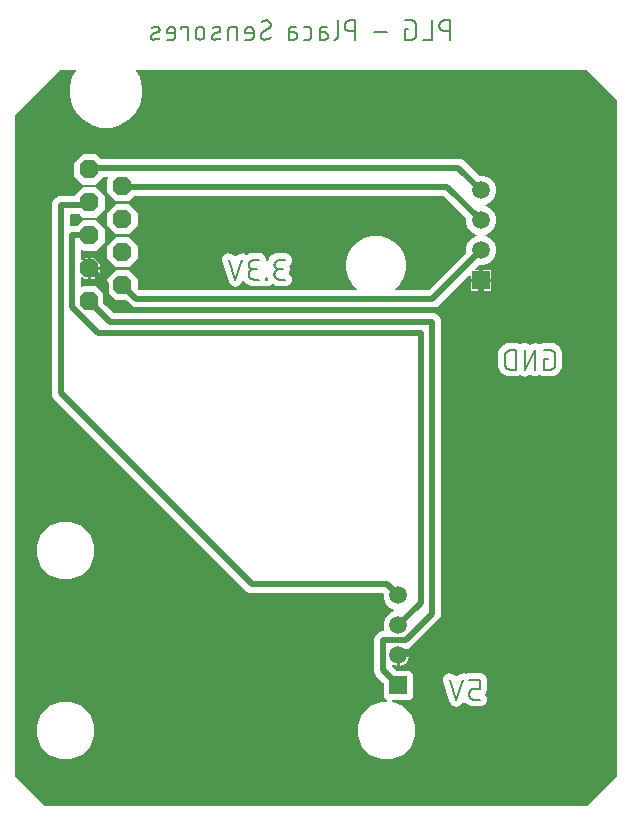
<source format=gbr>
G04 EAGLE Gerber RS-274X export*
G75*
%MOMM*%
%FSLAX34Y34*%
%LPD*%
%INBottom Copper*%
%IPPOS*%
%AMOC8*
5,1,8,0,0,1.08239X$1,22.5*%
G01*
%ADD10C,0.152400*%
%ADD11R,1.508000X1.508000*%
%ADD12C,1.508000*%
%ADD13P,1.704548X8X112.500000*%
%ADD14C,0.508000*%

G36*
X508090Y24654D02*
X508090Y24654D01*
X508181Y24661D01*
X508211Y24673D01*
X508243Y24679D01*
X508323Y24721D01*
X508407Y24757D01*
X508439Y24783D01*
X508460Y24794D01*
X508482Y24817D01*
X508538Y24862D01*
X533938Y50262D01*
X533991Y50336D01*
X534051Y50405D01*
X534063Y50435D01*
X534082Y50461D01*
X534109Y50548D01*
X534143Y50633D01*
X534147Y50674D01*
X534154Y50697D01*
X534153Y50729D01*
X534161Y50800D01*
X534161Y622300D01*
X534147Y622390D01*
X534139Y622481D01*
X534127Y622511D01*
X534122Y622543D01*
X534079Y622623D01*
X534043Y622707D01*
X534017Y622739D01*
X534006Y622760D01*
X533983Y622782D01*
X533938Y622838D01*
X508538Y648238D01*
X508464Y648291D01*
X508395Y648351D01*
X508365Y648363D01*
X508339Y648382D01*
X508252Y648409D01*
X508167Y648443D01*
X508126Y648447D01*
X508103Y648454D01*
X508071Y648453D01*
X508000Y648461D01*
X127703Y648461D01*
X127609Y648446D01*
X127514Y648437D01*
X127488Y648426D01*
X127460Y648422D01*
X127376Y648377D01*
X127289Y648339D01*
X127268Y648320D01*
X127243Y648306D01*
X127177Y648237D01*
X127107Y648173D01*
X127093Y648149D01*
X127074Y648128D01*
X127033Y648042D01*
X126987Y647958D01*
X126982Y647931D01*
X126970Y647905D01*
X126960Y647810D01*
X126942Y647717D01*
X126946Y647689D01*
X126943Y647661D01*
X126963Y647567D01*
X126977Y647473D01*
X126991Y647441D01*
X126995Y647420D01*
X127012Y647392D01*
X127044Y647319D01*
X130240Y641783D01*
X132335Y633966D01*
X132335Y625874D01*
X130240Y618057D01*
X126194Y611048D01*
X120472Y605326D01*
X113463Y601280D01*
X105646Y599185D01*
X97554Y599185D01*
X89737Y601280D01*
X82728Y605326D01*
X77006Y611048D01*
X72960Y618057D01*
X70865Y625874D01*
X70865Y633966D01*
X72960Y641783D01*
X76156Y647319D01*
X76190Y647408D01*
X76230Y647495D01*
X76233Y647523D01*
X76243Y647549D01*
X76247Y647645D01*
X76257Y647739D01*
X76251Y647767D01*
X76252Y647795D01*
X76225Y647887D01*
X76205Y647980D01*
X76190Y648004D01*
X76182Y648031D01*
X76128Y648109D01*
X76079Y648191D01*
X76057Y648209D01*
X76041Y648232D01*
X75964Y648289D01*
X75892Y648351D01*
X75865Y648361D01*
X75843Y648378D01*
X75752Y648407D01*
X75664Y648443D01*
X75628Y648447D01*
X75609Y648453D01*
X75576Y648453D01*
X75497Y648461D01*
X63500Y648461D01*
X63410Y648447D01*
X63319Y648439D01*
X63289Y648427D01*
X63257Y648422D01*
X63177Y648379D01*
X63093Y648343D01*
X63061Y648317D01*
X63040Y648306D01*
X63018Y648283D01*
X62962Y648238D01*
X24862Y610138D01*
X24809Y610064D01*
X24749Y609995D01*
X24737Y609965D01*
X24718Y609939D01*
X24691Y609852D01*
X24657Y609767D01*
X24653Y609726D01*
X24646Y609703D01*
X24647Y609671D01*
X24639Y609600D01*
X24639Y50800D01*
X24654Y50710D01*
X24661Y50619D01*
X24673Y50589D01*
X24679Y50557D01*
X24721Y50477D01*
X24757Y50393D01*
X24783Y50361D01*
X24794Y50340D01*
X24817Y50318D01*
X24862Y50262D01*
X50262Y24862D01*
X50336Y24809D01*
X50405Y24749D01*
X50435Y24737D01*
X50461Y24718D01*
X50548Y24691D01*
X50633Y24657D01*
X50674Y24653D01*
X50697Y24646D01*
X50729Y24647D01*
X50800Y24639D01*
X508000Y24639D01*
X508090Y24654D01*
G37*
%LPC*%
G36*
X334284Y64739D02*
X334284Y64739D01*
X325404Y68418D01*
X318608Y75214D01*
X314929Y84094D01*
X314929Y93706D01*
X318608Y102586D01*
X325404Y109382D01*
X334284Y113061D01*
X339086Y113061D01*
X339157Y113072D01*
X339229Y113074D01*
X339278Y113092D01*
X339329Y113100D01*
X339392Y113134D01*
X339460Y113159D01*
X339500Y113191D01*
X339546Y113216D01*
X339596Y113268D01*
X339652Y113312D01*
X339680Y113356D01*
X339716Y113394D01*
X339746Y113459D01*
X339785Y113519D01*
X339797Y113570D01*
X339819Y113617D01*
X339827Y113688D01*
X339845Y113758D01*
X339841Y113810D01*
X339846Y113861D01*
X339831Y113932D01*
X339826Y114003D01*
X339805Y114051D01*
X339794Y114102D01*
X339757Y114163D01*
X339729Y114229D01*
X339685Y114285D01*
X339668Y114313D01*
X339650Y114328D01*
X339625Y114360D01*
X336629Y117355D01*
X336629Y128528D01*
X336615Y128618D01*
X336607Y128709D01*
X336595Y128739D01*
X336590Y128771D01*
X336547Y128852D01*
X336511Y128935D01*
X336485Y128968D01*
X336474Y128988D01*
X336451Y129010D01*
X336406Y129066D01*
X332340Y133132D01*
X330089Y135383D01*
X328929Y138184D01*
X328929Y166616D01*
X330089Y169417D01*
X332233Y171561D01*
X335034Y172721D01*
X336554Y172721D01*
X336599Y172728D01*
X336645Y172726D01*
X336720Y172748D01*
X336797Y172760D01*
X336837Y172782D01*
X336881Y172795D01*
X336945Y172839D01*
X337014Y172876D01*
X337046Y172909D01*
X337083Y172935D01*
X337130Y172998D01*
X337184Y173054D01*
X337203Y173096D01*
X337230Y173132D01*
X337254Y173206D01*
X337287Y173277D01*
X337292Y173323D01*
X337306Y173366D01*
X337306Y173444D01*
X337314Y173521D01*
X337304Y173566D01*
X337304Y173612D01*
X337266Y173744D01*
X337262Y173762D01*
X337259Y173766D01*
X337257Y173773D01*
X336629Y175290D01*
X336629Y180310D01*
X338551Y184949D01*
X342101Y188499D01*
X345233Y189797D01*
X345294Y189834D01*
X345359Y189864D01*
X345398Y189899D01*
X345442Y189926D01*
X345488Y189981D01*
X345541Y190030D01*
X345566Y190076D01*
X345599Y190116D01*
X345625Y190183D01*
X345659Y190246D01*
X345668Y190297D01*
X345687Y190345D01*
X345690Y190417D01*
X345703Y190488D01*
X345695Y190539D01*
X345697Y190591D01*
X345678Y190660D01*
X345667Y190731D01*
X345643Y190777D01*
X345629Y190827D01*
X345588Y190886D01*
X345556Y190950D01*
X345518Y190987D01*
X345489Y191029D01*
X345431Y191072D01*
X345380Y191122D01*
X345317Y191157D01*
X345291Y191176D01*
X345269Y191183D01*
X345233Y191203D01*
X342101Y192501D01*
X338551Y196051D01*
X336629Y200690D01*
X336629Y204343D01*
X336626Y204363D01*
X336628Y204382D01*
X336606Y204484D01*
X336590Y204586D01*
X336580Y204603D01*
X336576Y204623D01*
X336523Y204712D01*
X336474Y204803D01*
X336460Y204817D01*
X336450Y204834D01*
X336371Y204901D01*
X336296Y204973D01*
X336278Y204981D01*
X336263Y204994D01*
X336167Y205033D01*
X336073Y205076D01*
X336053Y205078D01*
X336035Y205086D01*
X335868Y205104D01*
X223909Y205104D01*
X221108Y206264D01*
X57039Y370333D01*
X55879Y373134D01*
X55879Y534916D01*
X57039Y537717D01*
X59183Y539861D01*
X61984Y541021D01*
X74075Y541021D01*
X74165Y541035D01*
X74256Y541043D01*
X74285Y541055D01*
X74317Y541060D01*
X74398Y541103D01*
X74482Y541139D01*
X74514Y541165D01*
X74535Y541176D01*
X74557Y541199D01*
X74613Y541244D01*
X82264Y548895D01*
X92996Y548895D01*
X100585Y541306D01*
X100585Y530574D01*
X92996Y522985D01*
X82264Y522985D01*
X79693Y525556D01*
X79619Y525609D01*
X79550Y525669D01*
X79519Y525681D01*
X79493Y525700D01*
X79406Y525727D01*
X79321Y525761D01*
X79280Y525765D01*
X79258Y525772D01*
X79226Y525771D01*
X79155Y525779D01*
X71882Y525779D01*
X71862Y525776D01*
X71843Y525778D01*
X71741Y525756D01*
X71639Y525740D01*
X71622Y525730D01*
X71602Y525726D01*
X71513Y525673D01*
X71422Y525624D01*
X71408Y525610D01*
X71391Y525600D01*
X71324Y525521D01*
X71252Y525446D01*
X71244Y525428D01*
X71231Y525413D01*
X71192Y525317D01*
X71149Y525223D01*
X71147Y525203D01*
X71139Y525185D01*
X71121Y525018D01*
X71121Y516382D01*
X71122Y516372D01*
X71122Y516367D01*
X71124Y516359D01*
X71122Y516343D01*
X71144Y516241D01*
X71160Y516139D01*
X71170Y516122D01*
X71174Y516102D01*
X71227Y516013D01*
X71276Y515922D01*
X71290Y515908D01*
X71300Y515891D01*
X71379Y515824D01*
X71454Y515752D01*
X71472Y515744D01*
X71487Y515731D01*
X71583Y515692D01*
X71677Y515649D01*
X71697Y515647D01*
X71715Y515639D01*
X71882Y515621D01*
X76615Y515621D01*
X76705Y515635D01*
X76796Y515643D01*
X76825Y515655D01*
X76857Y515660D01*
X76938Y515703D01*
X77022Y515739D01*
X77054Y515765D01*
X77075Y515776D01*
X77097Y515799D01*
X77099Y515800D01*
X77102Y515803D01*
X77153Y515844D01*
X82264Y520955D01*
X92996Y520955D01*
X100585Y513366D01*
X100585Y502634D01*
X92996Y495045D01*
X82264Y495045D01*
X81945Y495364D01*
X81887Y495406D01*
X81835Y495455D01*
X81788Y495477D01*
X81746Y495508D01*
X81677Y495529D01*
X81612Y495559D01*
X81560Y495565D01*
X81510Y495580D01*
X81439Y495578D01*
X81368Y495586D01*
X81317Y495575D01*
X81265Y495574D01*
X81197Y495549D01*
X81127Y495534D01*
X81082Y495507D01*
X81034Y495489D01*
X80978Y495444D01*
X80916Y495408D01*
X80882Y495368D01*
X80842Y495335D01*
X80803Y495275D01*
X80756Y495221D01*
X80737Y495172D01*
X80709Y495128D01*
X80691Y495059D01*
X80664Y494992D01*
X80656Y494921D01*
X80648Y494890D01*
X80650Y494867D01*
X80646Y494826D01*
X80646Y487846D01*
X80657Y487775D01*
X80659Y487704D01*
X80677Y487655D01*
X80685Y487603D01*
X80719Y487540D01*
X80744Y487473D01*
X80776Y487432D01*
X80801Y487386D01*
X80853Y487337D01*
X80897Y487281D01*
X80941Y487252D01*
X80979Y487217D01*
X81044Y487186D01*
X81104Y487148D01*
X81155Y487135D01*
X81202Y487113D01*
X81273Y487105D01*
X81343Y487088D01*
X81395Y487092D01*
X81446Y487086D01*
X81517Y487101D01*
X81588Y487107D01*
X81636Y487127D01*
X81687Y487138D01*
X81748Y487175D01*
X81814Y487203D01*
X81870Y487248D01*
X81898Y487264D01*
X81913Y487282D01*
X81945Y487308D01*
X83842Y489205D01*
X86107Y489205D01*
X86107Y480822D01*
X86110Y480802D01*
X86108Y480783D01*
X86130Y480681D01*
X86147Y480579D01*
X86156Y480562D01*
X86160Y480542D01*
X86213Y480453D01*
X86262Y480362D01*
X86276Y480348D01*
X86286Y480331D01*
X86365Y480264D01*
X86440Y480193D01*
X86458Y480184D01*
X86473Y480171D01*
X86569Y480133D01*
X86663Y480089D01*
X86683Y480087D01*
X86701Y480079D01*
X86868Y480061D01*
X87631Y480061D01*
X87631Y480059D01*
X86868Y480059D01*
X86848Y480056D01*
X86829Y480058D01*
X86727Y480036D01*
X86625Y480019D01*
X86608Y480010D01*
X86588Y480006D01*
X86499Y479953D01*
X86408Y479904D01*
X86394Y479890D01*
X86377Y479880D01*
X86310Y479801D01*
X86239Y479726D01*
X86230Y479708D01*
X86217Y479693D01*
X86178Y479597D01*
X86135Y479503D01*
X86133Y479483D01*
X86125Y479465D01*
X86107Y479298D01*
X86107Y470915D01*
X83842Y470915D01*
X81945Y472812D01*
X81887Y472854D01*
X81835Y472903D01*
X81788Y472925D01*
X81746Y472956D01*
X81677Y472977D01*
X81612Y473007D01*
X81560Y473013D01*
X81510Y473028D01*
X81439Y473026D01*
X81368Y473034D01*
X81317Y473023D01*
X81265Y473022D01*
X81197Y472997D01*
X81127Y472982D01*
X81082Y472955D01*
X81034Y472937D01*
X80978Y472892D01*
X80916Y472856D01*
X80882Y472816D01*
X80842Y472784D01*
X80803Y472723D01*
X80756Y472669D01*
X80737Y472620D01*
X80709Y472577D01*
X80691Y472507D01*
X80664Y472441D01*
X80656Y472369D01*
X80648Y472338D01*
X80650Y472315D01*
X80646Y472274D01*
X80646Y465294D01*
X80657Y465224D01*
X80659Y465152D01*
X80677Y465103D01*
X80685Y465052D01*
X80719Y464988D01*
X80744Y464921D01*
X80776Y464880D01*
X80801Y464834D01*
X80853Y464785D01*
X80897Y464729D01*
X80941Y464701D01*
X80979Y464665D01*
X81044Y464635D01*
X81104Y464596D01*
X81155Y464583D01*
X81202Y464561D01*
X81273Y464553D01*
X81343Y464536D01*
X81395Y464540D01*
X81446Y464534D01*
X81517Y464549D01*
X81588Y464555D01*
X81636Y464575D01*
X81687Y464586D01*
X81748Y464623D01*
X81814Y464651D01*
X81870Y464696D01*
X81898Y464712D01*
X81913Y464730D01*
X81945Y464756D01*
X82264Y465075D01*
X92996Y465075D01*
X100585Y457486D01*
X100585Y450258D01*
X100599Y450168D01*
X100607Y450077D01*
X100619Y450047D01*
X100624Y450015D01*
X100667Y449934D01*
X100703Y449851D01*
X100729Y449818D01*
X100740Y449798D01*
X100763Y449776D01*
X100808Y449720D01*
X107709Y442819D01*
X107783Y442766D01*
X107852Y442706D01*
X107882Y442694D01*
X107908Y442675D01*
X107995Y442648D01*
X108080Y442614D01*
X108121Y442610D01*
X108143Y442603D01*
X108176Y442604D01*
X108247Y442596D01*
X379341Y442596D01*
X382142Y441436D01*
X384286Y439292D01*
X385446Y436491D01*
X385446Y185809D01*
X384286Y183008D01*
X359917Y158639D01*
X357449Y157617D01*
X357433Y157607D01*
X357413Y157601D01*
X357328Y157542D01*
X357240Y157488D01*
X357228Y157472D01*
X357211Y157461D01*
X357150Y157378D01*
X357084Y157298D01*
X357076Y157280D01*
X357065Y157264D01*
X357032Y157165D01*
X356995Y157069D01*
X356995Y157049D01*
X356988Y157030D01*
X356989Y156926D01*
X356985Y156823D01*
X356991Y156804D01*
X356991Y156784D01*
X357037Y156623D01*
X357722Y154970D01*
X357930Y153923D01*
X350012Y153923D01*
X349992Y153920D01*
X349973Y153922D01*
X349871Y153900D01*
X349769Y153883D01*
X349752Y153874D01*
X349732Y153870D01*
X349643Y153817D01*
X349552Y153768D01*
X349538Y153754D01*
X349521Y153744D01*
X349454Y153665D01*
X349383Y153590D01*
X349374Y153572D01*
X349361Y153557D01*
X349323Y153461D01*
X349279Y153367D01*
X349277Y153347D01*
X349269Y153329D01*
X349251Y153162D01*
X349251Y152399D01*
X348488Y152399D01*
X348468Y152396D01*
X348449Y152398D01*
X348347Y152376D01*
X348245Y152359D01*
X348228Y152350D01*
X348208Y152346D01*
X348119Y152293D01*
X348028Y152244D01*
X348014Y152230D01*
X347997Y152220D01*
X347930Y152141D01*
X347859Y152066D01*
X347850Y152048D01*
X347837Y152033D01*
X347798Y151937D01*
X347755Y151843D01*
X347753Y151823D01*
X347745Y151805D01*
X347727Y151638D01*
X347727Y143720D01*
X346680Y143928D01*
X345223Y144531D01*
X345179Y144542D01*
X345137Y144561D01*
X345060Y144570D01*
X344984Y144587D01*
X344938Y144583D01*
X344893Y144588D01*
X344816Y144572D01*
X344739Y144564D01*
X344697Y144546D01*
X344652Y144536D01*
X344585Y144496D01*
X344514Y144464D01*
X344480Y144433D01*
X344441Y144410D01*
X344390Y144351D01*
X344333Y144298D01*
X344311Y144258D01*
X344281Y144223D01*
X344252Y144151D01*
X344215Y144082D01*
X344206Y144037D01*
X344189Y143995D01*
X344174Y143859D01*
X344171Y143840D01*
X344172Y143835D01*
X344171Y143828D01*
X344171Y143172D01*
X344185Y143082D01*
X344193Y142991D01*
X344205Y142961D01*
X344210Y142929D01*
X344253Y142849D01*
X344289Y142765D01*
X344315Y142732D01*
X344326Y142712D01*
X344349Y142690D01*
X344394Y142634D01*
X347184Y139844D01*
X347258Y139791D01*
X347327Y139731D01*
X347357Y139719D01*
X347383Y139700D01*
X347470Y139673D01*
X347555Y139639D01*
X347596Y139635D01*
X347618Y139628D01*
X347651Y139629D01*
X347722Y139621D01*
X358895Y139621D01*
X361871Y136645D01*
X361871Y117355D01*
X358895Y114379D01*
X344540Y114379D01*
X344444Y114364D01*
X344347Y114354D01*
X344323Y114344D01*
X344297Y114340D01*
X344211Y114294D01*
X344122Y114254D01*
X344103Y114237D01*
X344080Y114224D01*
X344013Y114154D01*
X343941Y114088D01*
X343928Y114065D01*
X343910Y114046D01*
X343869Y113958D01*
X343822Y113872D01*
X343818Y113847D01*
X343807Y113823D01*
X343796Y113726D01*
X343779Y113630D01*
X343782Y113604D01*
X343779Y113579D01*
X343800Y113483D01*
X343814Y113387D01*
X343826Y113364D01*
X343832Y113338D01*
X343882Y113255D01*
X343926Y113168D01*
X343945Y113149D01*
X343958Y113127D01*
X344032Y113064D01*
X344101Y112996D01*
X344130Y112980D01*
X344145Y112967D01*
X344175Y112955D01*
X344248Y112915D01*
X352776Y109382D01*
X359572Y102586D01*
X363251Y93706D01*
X363251Y84094D01*
X359572Y75214D01*
X352776Y68418D01*
X343896Y64739D01*
X334284Y64739D01*
G37*
%LPD*%
%LPC*%
G36*
X125484Y446404D02*
X125484Y446404D01*
X122683Y447564D01*
X117335Y452912D01*
X117261Y452965D01*
X117192Y453025D01*
X117162Y453037D01*
X117136Y453056D01*
X117049Y453083D01*
X116964Y453117D01*
X116923Y453121D01*
X116901Y453128D01*
X116868Y453127D01*
X116797Y453135D01*
X110204Y453135D01*
X102615Y460724D01*
X102615Y471456D01*
X110204Y479045D01*
X120936Y479045D01*
X128525Y471456D01*
X128525Y463593D01*
X128539Y463503D01*
X128547Y463412D01*
X128559Y463382D01*
X128564Y463350D01*
X128607Y463270D01*
X128643Y463186D01*
X128669Y463153D01*
X128680Y463133D01*
X128703Y463111D01*
X128748Y463055D01*
X129934Y461869D01*
X130008Y461816D01*
X130077Y461756D01*
X130107Y461744D01*
X130133Y461725D01*
X130220Y461698D01*
X130305Y461664D01*
X130346Y461660D01*
X130368Y461653D01*
X130401Y461654D01*
X130472Y461646D01*
X313734Y461646D01*
X313805Y461657D01*
X313876Y461659D01*
X313925Y461677D01*
X313977Y461685D01*
X314040Y461719D01*
X314107Y461744D01*
X314148Y461776D01*
X314194Y461801D01*
X314243Y461853D01*
X314299Y461897D01*
X314327Y461941D01*
X314363Y461979D01*
X314393Y462044D01*
X314432Y462104D01*
X314445Y462155D01*
X314467Y462202D01*
X314475Y462273D01*
X314492Y462343D01*
X314488Y462395D01*
X314494Y462446D01*
X314479Y462517D01*
X314473Y462588D01*
X314453Y462636D01*
X314442Y462687D01*
X314405Y462748D01*
X314377Y462814D01*
X314332Y462870D01*
X314316Y462898D01*
X314298Y462913D01*
X314272Y462945D01*
X310066Y467151D01*
X306754Y472888D01*
X305039Y479288D01*
X305039Y485912D01*
X306754Y492312D01*
X310066Y498049D01*
X314751Y502734D01*
X320488Y506046D01*
X326888Y507761D01*
X333512Y507761D01*
X339912Y506046D01*
X345649Y502734D01*
X350334Y498049D01*
X353646Y492312D01*
X355361Y485912D01*
X355361Y479288D01*
X353646Y472888D01*
X350334Y467151D01*
X346128Y462945D01*
X346086Y462887D01*
X346037Y462835D01*
X346015Y462788D01*
X345984Y462746D01*
X345963Y462677D01*
X345933Y462612D01*
X345927Y462560D01*
X345912Y462510D01*
X345914Y462439D01*
X345906Y462368D01*
X345917Y462317D01*
X345918Y462265D01*
X345943Y462197D01*
X345958Y462127D01*
X345985Y462082D01*
X346003Y462034D01*
X346048Y461978D01*
X346084Y461916D01*
X346124Y461882D01*
X346157Y461842D01*
X346217Y461803D01*
X346271Y461756D01*
X346320Y461737D01*
X346363Y461709D01*
X346433Y461691D01*
X346499Y461664D01*
X346571Y461656D01*
X346602Y461648D01*
X346625Y461650D01*
X346666Y461646D01*
X374353Y461646D01*
X374443Y461660D01*
X374534Y461668D01*
X374564Y461680D01*
X374596Y461685D01*
X374677Y461728D01*
X374760Y461764D01*
X374793Y461790D01*
X374813Y461801D01*
X374835Y461824D01*
X374891Y461869D01*
X406256Y493234D01*
X406309Y493308D01*
X406369Y493377D01*
X406381Y493407D01*
X406400Y493433D01*
X406427Y493520D01*
X406461Y493605D01*
X406465Y493646D01*
X406472Y493668D01*
X406471Y493701D01*
X406479Y493772D01*
X406479Y497810D01*
X408401Y502449D01*
X411951Y505999D01*
X415083Y507297D01*
X415144Y507335D01*
X415209Y507364D01*
X415248Y507399D01*
X415292Y507426D01*
X415338Y507482D01*
X415391Y507530D01*
X415416Y507576D01*
X415449Y507616D01*
X415475Y507683D01*
X415509Y507746D01*
X415518Y507797D01*
X415537Y507845D01*
X415540Y507917D01*
X415553Y507988D01*
X415545Y508039D01*
X415548Y508091D01*
X415528Y508160D01*
X415517Y508231D01*
X415493Y508277D01*
X415479Y508327D01*
X415438Y508386D01*
X415406Y508450D01*
X415368Y508487D01*
X415339Y508529D01*
X415281Y508572D01*
X415230Y508622D01*
X415167Y508657D01*
X415141Y508676D01*
X415119Y508683D01*
X415083Y508703D01*
X411951Y510001D01*
X408401Y513551D01*
X406479Y518190D01*
X406479Y522228D01*
X406465Y522318D01*
X406457Y522409D01*
X406445Y522439D01*
X406440Y522471D01*
X406397Y522552D01*
X406361Y522635D01*
X406335Y522668D01*
X406324Y522688D01*
X406301Y522710D01*
X406256Y522766D01*
X387591Y541431D01*
X387517Y541484D01*
X387448Y541544D01*
X387418Y541556D01*
X387392Y541575D01*
X387305Y541602D01*
X387220Y541636D01*
X387179Y541640D01*
X387157Y541647D01*
X387124Y541646D01*
X387053Y541654D01*
X125950Y541654D01*
X125860Y541640D01*
X125769Y541632D01*
X125740Y541620D01*
X125708Y541615D01*
X125627Y541572D01*
X125543Y541536D01*
X125511Y541510D01*
X125490Y541499D01*
X125468Y541476D01*
X125412Y541431D01*
X120936Y536955D01*
X110204Y536955D01*
X102615Y544544D01*
X102615Y555276D01*
X103569Y556230D01*
X103611Y556288D01*
X103660Y556340D01*
X103682Y556387D01*
X103713Y556429D01*
X103734Y556498D01*
X103764Y556563D01*
X103770Y556615D01*
X103785Y556665D01*
X103783Y556736D01*
X103791Y556807D01*
X103780Y556858D01*
X103779Y556910D01*
X103754Y556978D01*
X103739Y557048D01*
X103712Y557093D01*
X103694Y557141D01*
X103649Y557197D01*
X103613Y557259D01*
X103573Y557293D01*
X103540Y557333D01*
X103480Y557372D01*
X103426Y557419D01*
X103377Y557438D01*
X103333Y557466D01*
X103264Y557484D01*
X103197Y557511D01*
X103126Y557519D01*
X103095Y557527D01*
X103072Y557525D01*
X103031Y557529D01*
X99915Y557529D01*
X99825Y557515D01*
X99734Y557507D01*
X99705Y557495D01*
X99673Y557490D01*
X99592Y557447D01*
X99508Y557411D01*
X99476Y557385D01*
X99455Y557374D01*
X99441Y557360D01*
X99440Y557359D01*
X99430Y557348D01*
X99377Y557306D01*
X92996Y550925D01*
X82264Y550925D01*
X74675Y558514D01*
X74675Y569246D01*
X82264Y576835D01*
X92996Y576835D01*
X96837Y572994D01*
X96911Y572941D01*
X96980Y572881D01*
X97011Y572869D01*
X97037Y572850D01*
X97124Y572823D01*
X97209Y572789D01*
X97250Y572785D01*
X97272Y572778D01*
X97304Y572779D01*
X97375Y572771D01*
X401566Y572771D01*
X404367Y571611D01*
X406618Y569360D01*
X417034Y558944D01*
X417108Y558891D01*
X417177Y558831D01*
X417207Y558819D01*
X417233Y558800D01*
X417320Y558773D01*
X417405Y558739D01*
X417446Y558735D01*
X417468Y558728D01*
X417501Y558729D01*
X417572Y558721D01*
X421610Y558721D01*
X426249Y556799D01*
X429799Y553249D01*
X431721Y548610D01*
X431721Y543590D01*
X429799Y538951D01*
X426249Y535401D01*
X423117Y534103D01*
X423056Y534065D01*
X422991Y534036D01*
X422952Y534001D01*
X422908Y533974D01*
X422862Y533918D01*
X422809Y533870D01*
X422784Y533824D01*
X422751Y533784D01*
X422725Y533717D01*
X422691Y533654D01*
X422682Y533603D01*
X422663Y533555D01*
X422660Y533483D01*
X422647Y533412D01*
X422655Y533361D01*
X422652Y533309D01*
X422672Y533240D01*
X422683Y533169D01*
X422707Y533123D01*
X422721Y533073D01*
X422762Y533014D01*
X422794Y532950D01*
X422832Y532913D01*
X422861Y532871D01*
X422919Y532828D01*
X422970Y532778D01*
X423033Y532743D01*
X423059Y532724D01*
X423081Y532717D01*
X423117Y532697D01*
X426249Y531399D01*
X429799Y527849D01*
X431721Y523210D01*
X431721Y518190D01*
X429799Y513551D01*
X426249Y510001D01*
X423117Y508703D01*
X423056Y508665D01*
X422991Y508636D01*
X422952Y508601D01*
X422908Y508574D01*
X422862Y508518D01*
X422809Y508470D01*
X422784Y508424D01*
X422751Y508384D01*
X422725Y508317D01*
X422691Y508254D01*
X422682Y508203D01*
X422663Y508155D01*
X422660Y508083D01*
X422647Y508012D01*
X422655Y507961D01*
X422652Y507909D01*
X422672Y507840D01*
X422683Y507769D01*
X422707Y507723D01*
X422721Y507673D01*
X422762Y507614D01*
X422794Y507550D01*
X422832Y507513D01*
X422861Y507471D01*
X422919Y507428D01*
X422970Y507378D01*
X423033Y507343D01*
X423059Y507324D01*
X423081Y507317D01*
X423117Y507297D01*
X426249Y505999D01*
X429799Y502449D01*
X431721Y497810D01*
X431721Y492790D01*
X429799Y488151D01*
X426249Y484601D01*
X421610Y482679D01*
X417572Y482679D01*
X417482Y482665D01*
X417391Y482657D01*
X417361Y482645D01*
X417329Y482640D01*
X417249Y482597D01*
X417165Y482561D01*
X417132Y482535D01*
X417112Y482524D01*
X417090Y482501D01*
X417034Y482456D01*
X414588Y480010D01*
X414546Y479952D01*
X414496Y479900D01*
X414474Y479853D01*
X414444Y479811D01*
X414423Y479742D01*
X414393Y479677D01*
X414387Y479625D01*
X414372Y479575D01*
X414374Y479504D01*
X414366Y479433D01*
X414377Y479382D01*
X414378Y479330D01*
X414403Y479262D01*
X414418Y479192D01*
X414445Y479147D01*
X414462Y479099D01*
X414507Y479043D01*
X414544Y478981D01*
X414584Y478947D01*
X414616Y478907D01*
X414676Y478868D01*
X414731Y478821D01*
X414779Y478802D01*
X414823Y478774D01*
X414893Y478756D01*
X414959Y478729D01*
X415030Y478721D01*
X415062Y478713D01*
X415085Y478715D01*
X415126Y478711D01*
X417577Y478711D01*
X417577Y471423D01*
X410289Y471423D01*
X410289Y473874D01*
X410278Y473945D01*
X410276Y474017D01*
X410258Y474066D01*
X410250Y474117D01*
X410216Y474180D01*
X410191Y474248D01*
X410159Y474288D01*
X410134Y474334D01*
X410082Y474384D01*
X410038Y474440D01*
X409994Y474468D01*
X409956Y474504D01*
X409891Y474534D01*
X409831Y474573D01*
X409780Y474585D01*
X409733Y474607D01*
X409662Y474615D01*
X409592Y474633D01*
X409540Y474629D01*
X409489Y474634D01*
X409418Y474619D01*
X409347Y474614D01*
X409299Y474593D01*
X409248Y474582D01*
X409187Y474545D01*
X409121Y474517D01*
X409065Y474472D01*
X409037Y474456D01*
X409022Y474438D01*
X408990Y474412D01*
X384393Y449815D01*
X382142Y447564D01*
X379341Y446404D01*
X125484Y446404D01*
G37*
%LPD*%
%LPC*%
G36*
X62504Y217139D02*
X62504Y217139D01*
X53624Y220818D01*
X46828Y227614D01*
X43149Y236494D01*
X43149Y246106D01*
X46828Y254986D01*
X53624Y261782D01*
X62504Y265461D01*
X72116Y265461D01*
X80996Y261782D01*
X87792Y254986D01*
X91471Y246106D01*
X91471Y236494D01*
X87792Y227614D01*
X80996Y220818D01*
X72116Y217139D01*
X62504Y217139D01*
G37*
%LPD*%
%LPC*%
G36*
X62504Y64739D02*
X62504Y64739D01*
X53624Y68418D01*
X46828Y75214D01*
X43149Y84094D01*
X43149Y93706D01*
X46828Y102586D01*
X53624Y109382D01*
X62504Y113061D01*
X72116Y113061D01*
X80996Y109382D01*
X87792Y102586D01*
X91471Y93706D01*
X91471Y84094D01*
X87792Y75214D01*
X80996Y68418D01*
X72116Y64739D01*
X62504Y64739D01*
G37*
%LPD*%
%LPC*%
G36*
X211262Y464801D02*
X211262Y464801D01*
X211229Y464798D01*
X211154Y464801D01*
X210462Y464752D01*
X210150Y464856D01*
X210138Y464858D01*
X210128Y464863D01*
X209963Y464893D01*
X209634Y464916D01*
X209014Y465226D01*
X208983Y465236D01*
X208915Y465267D01*
X208257Y465487D01*
X208008Y465703D01*
X207998Y465709D01*
X207991Y465717D01*
X207850Y465808D01*
X207555Y465956D01*
X207101Y466479D01*
X207076Y466500D01*
X207025Y466556D01*
X206501Y467010D01*
X206354Y467304D01*
X206347Y467314D01*
X206343Y467325D01*
X206248Y467463D01*
X206032Y467712D01*
X205813Y468369D01*
X205798Y468398D01*
X205772Y468469D01*
X205462Y469088D01*
X205439Y469417D01*
X205436Y469429D01*
X205437Y469440D01*
X205401Y469604D01*
X199878Y486173D01*
X200043Y488492D01*
X201083Y490570D01*
X202839Y492093D01*
X205044Y492828D01*
X207362Y492664D01*
X209441Y491624D01*
X210632Y490251D01*
X210689Y490204D01*
X210739Y490149D01*
X210783Y490125D01*
X210822Y490093D01*
X210890Y490067D01*
X210955Y490031D01*
X211004Y490023D01*
X211051Y490005D01*
X211125Y490001D01*
X211197Y489988D01*
X211247Y489996D01*
X211297Y489994D01*
X211368Y490014D01*
X211441Y490025D01*
X211485Y490048D01*
X211533Y490061D01*
X211594Y490103D01*
X211659Y490137D01*
X211709Y490183D01*
X211735Y490201D01*
X211750Y490221D01*
X211783Y490251D01*
X212974Y491624D01*
X215053Y492664D01*
X217371Y492828D01*
X219576Y492093D01*
X220234Y491523D01*
X220248Y491515D01*
X220259Y491502D01*
X220352Y491450D01*
X220443Y491394D01*
X220459Y491391D01*
X220474Y491382D01*
X220579Y491363D01*
X220683Y491339D01*
X220699Y491340D01*
X220716Y491337D01*
X220821Y491352D01*
X220928Y491363D01*
X220943Y491369D01*
X220959Y491372D01*
X221113Y491439D01*
X223402Y492761D01*
X232517Y492761D01*
X234664Y491871D01*
X236308Y490228D01*
X237197Y488080D01*
X237197Y486659D01*
X237205Y486611D01*
X237203Y486563D01*
X237225Y486490D01*
X237237Y486416D01*
X237259Y486373D01*
X237273Y486327D01*
X237316Y486265D01*
X237352Y486198D01*
X237387Y486165D01*
X237414Y486126D01*
X237475Y486081D01*
X237530Y486029D01*
X237574Y486009D01*
X237612Y485980D01*
X237685Y485957D01*
X237753Y485925D01*
X237801Y485920D01*
X237847Y485906D01*
X237923Y485907D01*
X237998Y485898D01*
X238045Y485909D01*
X238093Y485909D01*
X238164Y485934D01*
X238238Y485951D01*
X238279Y485975D01*
X238325Y485991D01*
X238384Y486038D01*
X238449Y486077D01*
X238480Y486113D01*
X238518Y486143D01*
X238594Y486247D01*
X238609Y486264D01*
X238612Y486270D01*
X238618Y486278D01*
X240898Y490227D01*
X245286Y492761D01*
X254400Y492761D01*
X256548Y491871D01*
X258191Y490228D01*
X259081Y488080D01*
X259081Y485756D01*
X258191Y483608D01*
X257096Y482513D01*
X257028Y482419D01*
X256958Y482325D01*
X256956Y482319D01*
X256953Y482314D01*
X256918Y482202D01*
X256882Y482091D01*
X256882Y482085D01*
X256880Y482079D01*
X256883Y481962D01*
X256885Y481845D01*
X256887Y481838D01*
X256887Y481833D01*
X256893Y481815D01*
X256931Y481684D01*
X257275Y480855D01*
X257275Y478531D01*
X256402Y476425D01*
X256376Y476312D01*
X256347Y476198D01*
X256348Y476192D01*
X256346Y476186D01*
X256357Y476069D01*
X256366Y475953D01*
X256369Y475947D01*
X256369Y475941D01*
X256417Y475834D01*
X256462Y475726D01*
X256467Y475721D01*
X256469Y475716D01*
X256482Y475702D01*
X256567Y475596D01*
X258191Y473972D01*
X259081Y471824D01*
X259081Y469500D01*
X258191Y467352D01*
X256548Y465709D01*
X254400Y464819D01*
X245947Y464819D01*
X243096Y466465D01*
X243055Y466481D01*
X243018Y466504D01*
X242941Y466524D01*
X242866Y466552D01*
X242822Y466554D01*
X242780Y466564D01*
X242700Y466558D01*
X242620Y466561D01*
X242578Y466549D01*
X242535Y466545D01*
X242461Y466514D01*
X242384Y466491D01*
X242348Y466466D01*
X242308Y466449D01*
X242194Y466358D01*
X242183Y466350D01*
X242181Y466347D01*
X242177Y466344D01*
X241542Y465709D01*
X239394Y464819D01*
X236167Y464819D01*
X234633Y465455D01*
X234544Y465476D01*
X234457Y465504D01*
X234425Y465503D01*
X234394Y465511D01*
X234303Y465502D01*
X234211Y465501D01*
X234172Y465490D01*
X234149Y465488D01*
X234119Y465475D01*
X234050Y465455D01*
X232517Y464819D01*
X224063Y464819D01*
X219256Y467595D01*
X218329Y469200D01*
X218255Y469290D01*
X218181Y469384D01*
X218177Y469387D01*
X218173Y469391D01*
X218074Y469453D01*
X217975Y469517D01*
X217969Y469519D01*
X217965Y469521D01*
X217850Y469549D01*
X217736Y469578D01*
X217731Y469578D01*
X217726Y469579D01*
X217609Y469568D01*
X217491Y469560D01*
X217486Y469558D01*
X217481Y469557D01*
X217373Y469510D01*
X217264Y469464D01*
X217260Y469460D01*
X217256Y469458D01*
X217168Y469379D01*
X217080Y469301D01*
X217077Y469296D01*
X217074Y469293D01*
X217065Y469278D01*
X216989Y469160D01*
X216643Y468469D01*
X216634Y468438D01*
X216602Y468369D01*
X216383Y467712D01*
X216167Y467463D01*
X216161Y467453D01*
X216152Y467445D01*
X216061Y467304D01*
X215914Y467010D01*
X215390Y466556D01*
X215369Y466531D01*
X215314Y466479D01*
X214860Y465956D01*
X214565Y465808D01*
X214556Y465802D01*
X214545Y465798D01*
X214407Y465703D01*
X214158Y465487D01*
X213500Y465267D01*
X213471Y465252D01*
X213401Y465226D01*
X212781Y464916D01*
X212452Y464893D01*
X212441Y464890D01*
X212429Y464891D01*
X212265Y464856D01*
X211953Y464752D01*
X211262Y464801D01*
G37*
%LPD*%
%LPC*%
G36*
X455842Y388614D02*
X455842Y388614D01*
X455813Y388613D01*
X455755Y388619D01*
X454971Y388619D01*
X454752Y388710D01*
X454731Y388715D01*
X454711Y388726D01*
X454548Y388763D01*
X454312Y388790D01*
X453627Y389171D01*
X453599Y389181D01*
X453548Y389209D01*
X452821Y389510D01*
X452735Y389565D01*
X452651Y389625D01*
X452632Y389631D01*
X452615Y389642D01*
X452515Y389667D01*
X452416Y389698D01*
X452396Y389697D01*
X452377Y389702D01*
X452274Y389694D01*
X452170Y389692D01*
X452151Y389685D01*
X452131Y389683D01*
X452037Y389643D01*
X451939Y389607D01*
X451923Y389595D01*
X451905Y389587D01*
X451815Y389515D01*
X449654Y388619D01*
X445289Y388619D01*
X441200Y388619D01*
X436393Y391395D01*
X433617Y396202D01*
X433617Y408978D01*
X436393Y413785D01*
X441200Y416561D01*
X449654Y416561D01*
X451804Y415670D01*
X451890Y415615D01*
X451974Y415554D01*
X451993Y415549D01*
X452010Y415538D01*
X452110Y415512D01*
X452209Y415482D01*
X452229Y415483D01*
X452248Y415478D01*
X452352Y415486D01*
X452455Y415488D01*
X452474Y415495D01*
X452494Y415497D01*
X452588Y415537D01*
X452686Y415573D01*
X452702Y415585D01*
X452720Y415593D01*
X452810Y415665D01*
X454971Y416561D01*
X457296Y416561D01*
X459443Y415671D01*
X460098Y415017D01*
X460178Y414959D01*
X460256Y414896D01*
X460278Y414887D01*
X460298Y414873D01*
X460393Y414844D01*
X460486Y414809D01*
X460510Y414808D01*
X460533Y414801D01*
X460632Y414803D01*
X460731Y414800D01*
X460754Y414806D01*
X460778Y414807D01*
X460872Y414841D01*
X460967Y414869D01*
X460993Y414885D01*
X461010Y414892D01*
X461035Y414912D01*
X461109Y414959D01*
X461236Y415059D01*
X461255Y415081D01*
X461301Y415117D01*
X461855Y415671D01*
X462074Y415762D01*
X462093Y415774D01*
X462114Y415780D01*
X462256Y415869D01*
X462442Y416017D01*
X463196Y416232D01*
X463223Y416245D01*
X463278Y416261D01*
X464002Y416561D01*
X464240Y416561D01*
X464261Y416564D01*
X464283Y416562D01*
X464449Y416590D01*
X464677Y416655D01*
X465456Y416566D01*
X465485Y416567D01*
X465543Y416561D01*
X466327Y416561D01*
X466546Y416470D01*
X466568Y416465D01*
X466587Y416454D01*
X466751Y416417D01*
X466986Y416390D01*
X467672Y416009D01*
X467699Y415999D01*
X467750Y415971D01*
X468478Y415670D01*
X468563Y415615D01*
X468647Y415554D01*
X468666Y415549D01*
X468683Y415538D01*
X468784Y415512D01*
X468882Y415482D01*
X468902Y415483D01*
X468922Y415478D01*
X469025Y415486D01*
X469128Y415488D01*
X469147Y415495D01*
X469167Y415497D01*
X469262Y415537D01*
X469359Y415573D01*
X469375Y415585D01*
X469393Y415593D01*
X469483Y415665D01*
X471645Y416561D01*
X479539Y416561D01*
X480759Y416561D01*
X485147Y414027D01*
X487681Y409639D01*
X487681Y395541D01*
X485147Y391153D01*
X480759Y388619D01*
X471645Y388619D01*
X469494Y389510D01*
X469408Y389565D01*
X469324Y389625D01*
X469305Y389631D01*
X469289Y389642D01*
X469188Y389667D01*
X469089Y389698D01*
X469069Y389697D01*
X469050Y389702D01*
X468947Y389694D01*
X468844Y389692D01*
X468825Y389685D01*
X468805Y389683D01*
X468710Y389643D01*
X468612Y389607D01*
X468597Y389595D01*
X468578Y389587D01*
X468488Y389515D01*
X466327Y388619D01*
X464002Y388619D01*
X461855Y389509D01*
X461200Y390163D01*
X461120Y390221D01*
X461043Y390284D01*
X461020Y390293D01*
X461001Y390307D01*
X460906Y390336D01*
X460813Y390371D01*
X460789Y390372D01*
X460766Y390379D01*
X460666Y390377D01*
X460567Y390380D01*
X460544Y390374D01*
X460520Y390373D01*
X460426Y390339D01*
X460331Y390311D01*
X460306Y390295D01*
X460289Y390288D01*
X460263Y390268D01*
X460189Y390221D01*
X460063Y390121D01*
X460043Y390099D01*
X459997Y390063D01*
X459443Y389509D01*
X459224Y389418D01*
X459205Y389406D01*
X459184Y389400D01*
X459042Y389311D01*
X458856Y389163D01*
X458102Y388948D01*
X458076Y388935D01*
X458020Y388919D01*
X457296Y388619D01*
X457058Y388619D01*
X457037Y388616D01*
X457015Y388618D01*
X456849Y388590D01*
X456621Y388525D01*
X455842Y388614D01*
G37*
%LPD*%
%LPC*%
G36*
X398245Y109201D02*
X398245Y109201D01*
X398213Y109198D01*
X398137Y109201D01*
X397446Y109152D01*
X397133Y109256D01*
X397122Y109258D01*
X397112Y109263D01*
X396947Y109293D01*
X396618Y109316D01*
X395998Y109626D01*
X395967Y109636D01*
X395898Y109667D01*
X395241Y109887D01*
X394992Y110103D01*
X394982Y110109D01*
X394974Y110117D01*
X394834Y110208D01*
X394539Y110356D01*
X394085Y110879D01*
X394060Y110900D01*
X394008Y110956D01*
X393485Y111410D01*
X393338Y111704D01*
X393331Y111714D01*
X393327Y111725D01*
X393232Y111863D01*
X393016Y112112D01*
X392797Y112769D01*
X392781Y112798D01*
X392755Y112869D01*
X392446Y113488D01*
X392422Y113817D01*
X392420Y113829D01*
X392420Y113840D01*
X392385Y114004D01*
X386862Y130573D01*
X387027Y132892D01*
X388066Y134970D01*
X389822Y136493D01*
X392027Y137228D01*
X394346Y137064D01*
X396425Y136024D01*
X397616Y134651D01*
X397673Y134604D01*
X397723Y134549D01*
X397767Y134525D01*
X397805Y134493D01*
X397874Y134467D01*
X397939Y134431D01*
X397988Y134423D01*
X398035Y134405D01*
X398108Y134401D01*
X398181Y134388D01*
X398230Y134396D01*
X398280Y134394D01*
X398351Y134414D01*
X398424Y134425D01*
X398469Y134448D01*
X398517Y134461D01*
X398577Y134503D01*
X398643Y134537D01*
X398693Y134583D01*
X398719Y134601D01*
X398734Y134621D01*
X398766Y134651D01*
X399957Y136024D01*
X402036Y137064D01*
X404355Y137228D01*
X406276Y136588D01*
X406340Y136578D01*
X406401Y136558D01*
X406460Y136558D01*
X406519Y136549D01*
X406582Y136560D01*
X406647Y136560D01*
X406729Y136584D01*
X406761Y136589D01*
X406778Y136598D01*
X406808Y136607D01*
X408145Y137161D01*
X419500Y137161D01*
X421648Y136271D01*
X423291Y134628D01*
X424181Y132480D01*
X424181Y122931D01*
X423291Y120783D01*
X422624Y120116D01*
X422612Y120100D01*
X422596Y120087D01*
X422540Y120000D01*
X422480Y119916D01*
X422474Y119897D01*
X422463Y119880D01*
X422438Y119780D01*
X422408Y119681D01*
X422408Y119661D01*
X422403Y119642D01*
X422411Y119539D01*
X422414Y119435D01*
X422421Y119416D01*
X422422Y119397D01*
X422463Y119302D01*
X422498Y119204D01*
X422511Y119188D01*
X422519Y119170D01*
X422624Y119039D01*
X423291Y118372D01*
X424181Y116224D01*
X424181Y113900D01*
X423291Y111752D01*
X421648Y110109D01*
X419500Y109219D01*
X410386Y109219D01*
X405998Y111753D01*
X405136Y113246D01*
X405062Y113336D01*
X404988Y113429D01*
X404983Y113432D01*
X404980Y113436D01*
X404881Y113498D01*
X404781Y113563D01*
X404776Y113564D01*
X404771Y113567D01*
X404657Y113595D01*
X404543Y113624D01*
X404537Y113623D01*
X404532Y113624D01*
X404414Y113614D01*
X404297Y113605D01*
X404293Y113603D01*
X404287Y113603D01*
X404180Y113556D01*
X404071Y113510D01*
X404067Y113506D01*
X404062Y113504D01*
X403975Y113425D01*
X403887Y113347D01*
X403883Y113341D01*
X403880Y113338D01*
X403872Y113324D01*
X403795Y113206D01*
X403627Y112869D01*
X403617Y112838D01*
X403586Y112769D01*
X403367Y112112D01*
X403151Y111863D01*
X403145Y111853D01*
X403136Y111845D01*
X403045Y111704D01*
X402897Y111410D01*
X402374Y110956D01*
X402353Y110930D01*
X402298Y110879D01*
X401844Y110356D01*
X401549Y110208D01*
X401539Y110202D01*
X401529Y110198D01*
X401390Y110103D01*
X401141Y109887D01*
X400484Y109667D01*
X400455Y109652D01*
X400384Y109626D01*
X399765Y109316D01*
X399436Y109293D01*
X399425Y109290D01*
X399413Y109291D01*
X399249Y109256D01*
X398936Y109152D01*
X398245Y109201D01*
G37*
%LPD*%
%LPC*%
G36*
X110204Y509015D02*
X110204Y509015D01*
X102615Y516604D01*
X102615Y527336D01*
X110204Y534925D01*
X120936Y534925D01*
X128525Y527336D01*
X128525Y516604D01*
X120936Y509015D01*
X110204Y509015D01*
G37*
%LPD*%
%LPC*%
G36*
X110204Y481075D02*
X110204Y481075D01*
X102615Y488664D01*
X102615Y499396D01*
X110204Y506985D01*
X120936Y506985D01*
X128525Y499396D01*
X128525Y488664D01*
X120936Y481075D01*
X110204Y481075D01*
G37*
%LPD*%
%LPC*%
G36*
X420623Y471423D02*
X420623Y471423D01*
X420623Y478711D01*
X426893Y478711D01*
X427360Y478517D01*
X427717Y478160D01*
X427911Y477693D01*
X427911Y471423D01*
X420623Y471423D01*
G37*
%LPD*%
%LPC*%
G36*
X420623Y461089D02*
X420623Y461089D01*
X420623Y468377D01*
X427911Y468377D01*
X427911Y462107D01*
X427717Y461640D01*
X427360Y461283D01*
X426893Y461089D01*
X420623Y461089D01*
G37*
%LPD*%
%LPC*%
G36*
X411307Y461089D02*
X411307Y461089D01*
X410840Y461283D01*
X410483Y461640D01*
X410289Y462107D01*
X410289Y468377D01*
X417577Y468377D01*
X417577Y461089D01*
X411307Y461089D01*
G37*
%LPD*%
%LPC*%
G36*
X89153Y481583D02*
X89153Y481583D01*
X89153Y489205D01*
X91418Y489205D01*
X96775Y483848D01*
X96775Y481583D01*
X89153Y481583D01*
G37*
%LPD*%
%LPC*%
G36*
X89153Y470915D02*
X89153Y470915D01*
X89153Y478537D01*
X96775Y478537D01*
X96775Y476272D01*
X91418Y470915D01*
X89153Y470915D01*
G37*
%LPD*%
%LPC*%
G36*
X350773Y150877D02*
X350773Y150877D01*
X357930Y150877D01*
X357722Y149830D01*
X357058Y148227D01*
X356094Y146783D01*
X354867Y145556D01*
X353423Y144592D01*
X351820Y143928D01*
X350773Y143720D01*
X350773Y150877D01*
G37*
%LPD*%
%LPC*%
G36*
X419099Y469899D02*
X419099Y469899D01*
X419099Y469901D01*
X419101Y469901D01*
X419101Y469899D01*
X419099Y469899D01*
G37*
%LPD*%
D10*
X475516Y403493D02*
X472807Y403493D01*
X472807Y394462D01*
X478226Y394462D01*
X478344Y394464D01*
X478462Y394470D01*
X478580Y394479D01*
X478697Y394493D01*
X478814Y394510D01*
X478931Y394531D01*
X479046Y394556D01*
X479161Y394585D01*
X479275Y394618D01*
X479387Y394654D01*
X479498Y394694D01*
X479608Y394737D01*
X479717Y394784D01*
X479824Y394834D01*
X479929Y394889D01*
X480032Y394946D01*
X480133Y395007D01*
X480233Y395071D01*
X480330Y395138D01*
X480425Y395208D01*
X480517Y395282D01*
X480608Y395358D01*
X480695Y395438D01*
X480780Y395520D01*
X480862Y395605D01*
X480942Y395692D01*
X481018Y395783D01*
X481092Y395875D01*
X481162Y395970D01*
X481229Y396067D01*
X481293Y396167D01*
X481354Y396268D01*
X481411Y396371D01*
X481466Y396476D01*
X481516Y396583D01*
X481563Y396692D01*
X481606Y396802D01*
X481646Y396913D01*
X481682Y397025D01*
X481715Y397139D01*
X481744Y397254D01*
X481769Y397369D01*
X481790Y397486D01*
X481807Y397603D01*
X481821Y397720D01*
X481830Y397838D01*
X481836Y397956D01*
X481838Y398074D01*
X481838Y407106D01*
X481836Y407224D01*
X481830Y407342D01*
X481821Y407460D01*
X481807Y407577D01*
X481790Y407694D01*
X481769Y407811D01*
X481744Y407926D01*
X481715Y408041D01*
X481682Y408155D01*
X481646Y408267D01*
X481606Y408378D01*
X481563Y408488D01*
X481516Y408597D01*
X481466Y408704D01*
X481411Y408809D01*
X481354Y408912D01*
X481293Y409013D01*
X481229Y409113D01*
X481162Y409210D01*
X481092Y409305D01*
X481018Y409397D01*
X480942Y409488D01*
X480862Y409575D01*
X480780Y409660D01*
X480695Y409742D01*
X480608Y409822D01*
X480517Y409898D01*
X480425Y409972D01*
X480330Y410042D01*
X480233Y410109D01*
X480133Y410173D01*
X480032Y410234D01*
X479929Y410291D01*
X479824Y410346D01*
X479717Y410396D01*
X479608Y410443D01*
X479498Y410486D01*
X479387Y410526D01*
X479275Y410562D01*
X479161Y410595D01*
X479046Y410624D01*
X478931Y410649D01*
X478814Y410670D01*
X478697Y410687D01*
X478580Y410701D01*
X478462Y410710D01*
X478344Y410716D01*
X478226Y410718D01*
X472807Y410718D01*
X465165Y410718D02*
X465165Y394462D01*
X456134Y394462D02*
X465165Y410718D01*
X456134Y410718D02*
X456134Y394462D01*
X448491Y394462D02*
X448491Y410718D01*
X443976Y410718D01*
X443845Y410716D01*
X443713Y410710D01*
X443582Y410701D01*
X443452Y410687D01*
X443321Y410670D01*
X443192Y410649D01*
X443063Y410625D01*
X442935Y410596D01*
X442807Y410564D01*
X442681Y410528D01*
X442556Y410489D01*
X442431Y410446D01*
X442309Y410399D01*
X442187Y410349D01*
X442067Y410295D01*
X441949Y410238D01*
X441833Y410177D01*
X441718Y410113D01*
X441605Y410046D01*
X441494Y409975D01*
X441386Y409901D01*
X441279Y409824D01*
X441175Y409744D01*
X441073Y409661D01*
X440974Y409576D01*
X440877Y409487D01*
X440783Y409395D01*
X440691Y409301D01*
X440602Y409204D01*
X440517Y409105D01*
X440434Y409003D01*
X440354Y408899D01*
X440277Y408792D01*
X440203Y408684D01*
X440132Y408573D01*
X440065Y408460D01*
X440001Y408345D01*
X439940Y408229D01*
X439883Y408111D01*
X439829Y407991D01*
X439779Y407869D01*
X439732Y407747D01*
X439689Y407622D01*
X439650Y407497D01*
X439614Y407371D01*
X439582Y407243D01*
X439553Y407115D01*
X439529Y406986D01*
X439508Y406857D01*
X439491Y406726D01*
X439477Y406596D01*
X439468Y406465D01*
X439462Y406333D01*
X439460Y406202D01*
X439460Y398978D01*
X439462Y398847D01*
X439468Y398715D01*
X439477Y398584D01*
X439491Y398454D01*
X439508Y398323D01*
X439529Y398194D01*
X439553Y398065D01*
X439582Y397937D01*
X439614Y397809D01*
X439650Y397683D01*
X439689Y397558D01*
X439732Y397433D01*
X439779Y397311D01*
X439829Y397189D01*
X439883Y397069D01*
X439940Y396951D01*
X440001Y396835D01*
X440065Y396720D01*
X440132Y396607D01*
X440203Y396496D01*
X440277Y396388D01*
X440354Y396281D01*
X440434Y396177D01*
X440517Y396075D01*
X440602Y395976D01*
X440691Y395879D01*
X440783Y395785D01*
X440877Y395693D01*
X440974Y395604D01*
X441073Y395519D01*
X441175Y395436D01*
X441279Y395356D01*
X441386Y395279D01*
X441494Y395205D01*
X441605Y395134D01*
X441718Y395067D01*
X441833Y395003D01*
X441949Y394942D01*
X442067Y394885D01*
X442187Y394831D01*
X442309Y394781D01*
X442431Y394734D01*
X442556Y394691D01*
X442681Y394652D01*
X442807Y394616D01*
X442935Y394584D01*
X443063Y394555D01*
X443192Y394531D01*
X443321Y394510D01*
X443452Y394493D01*
X443582Y394479D01*
X443713Y394470D01*
X443845Y394464D01*
X443976Y394462D01*
X448491Y394462D01*
X253238Y470662D02*
X248722Y470662D01*
X248589Y470664D01*
X248457Y470670D01*
X248325Y470680D01*
X248193Y470693D01*
X248061Y470711D01*
X247931Y470732D01*
X247800Y470757D01*
X247671Y470786D01*
X247543Y470819D01*
X247415Y470855D01*
X247289Y470895D01*
X247164Y470939D01*
X247040Y470987D01*
X246918Y471038D01*
X246797Y471093D01*
X246678Y471151D01*
X246560Y471213D01*
X246445Y471278D01*
X246331Y471347D01*
X246220Y471418D01*
X246111Y471494D01*
X246004Y471572D01*
X245899Y471653D01*
X245797Y471738D01*
X245697Y471825D01*
X245600Y471915D01*
X245505Y472008D01*
X245414Y472104D01*
X245325Y472202D01*
X245239Y472303D01*
X245156Y472407D01*
X245076Y472513D01*
X245000Y472621D01*
X244926Y472731D01*
X244856Y472844D01*
X244789Y472958D01*
X244726Y473075D01*
X244666Y473193D01*
X244609Y473313D01*
X244556Y473435D01*
X244507Y473558D01*
X244461Y473682D01*
X244419Y473808D01*
X244381Y473935D01*
X244346Y474063D01*
X244315Y474192D01*
X244288Y474321D01*
X244265Y474452D01*
X244245Y474583D01*
X244230Y474715D01*
X244218Y474847D01*
X244210Y474979D01*
X244206Y475112D01*
X244206Y475244D01*
X244210Y475377D01*
X244218Y475509D01*
X244230Y475641D01*
X244245Y475773D01*
X244265Y475904D01*
X244288Y476035D01*
X244315Y476164D01*
X244346Y476293D01*
X244381Y476421D01*
X244419Y476548D01*
X244461Y476674D01*
X244507Y476798D01*
X244556Y476921D01*
X244609Y477043D01*
X244666Y477163D01*
X244726Y477281D01*
X244789Y477398D01*
X244856Y477512D01*
X244926Y477625D01*
X245000Y477735D01*
X245076Y477843D01*
X245156Y477949D01*
X245239Y478053D01*
X245325Y478154D01*
X245414Y478252D01*
X245505Y478348D01*
X245600Y478441D01*
X245697Y478531D01*
X245797Y478618D01*
X245899Y478703D01*
X246004Y478784D01*
X246111Y478862D01*
X246220Y478938D01*
X246331Y479009D01*
X246445Y479078D01*
X246560Y479143D01*
X246678Y479205D01*
X246797Y479263D01*
X246918Y479318D01*
X247040Y479369D01*
X247164Y479417D01*
X247289Y479461D01*
X247415Y479501D01*
X247543Y479537D01*
X247671Y479570D01*
X247800Y479599D01*
X247931Y479624D01*
X248061Y479645D01*
X248193Y479663D01*
X248325Y479676D01*
X248457Y479686D01*
X248589Y479692D01*
X248722Y479694D01*
X247819Y486918D02*
X253238Y486918D01*
X247819Y486918D02*
X247700Y486916D01*
X247580Y486910D01*
X247461Y486900D01*
X247343Y486886D01*
X247224Y486869D01*
X247107Y486847D01*
X246990Y486822D01*
X246875Y486792D01*
X246760Y486759D01*
X246646Y486722D01*
X246534Y486682D01*
X246423Y486637D01*
X246314Y486589D01*
X246206Y486538D01*
X246100Y486483D01*
X245996Y486424D01*
X245894Y486362D01*
X245794Y486297D01*
X245696Y486228D01*
X245600Y486156D01*
X245507Y486081D01*
X245417Y486004D01*
X245329Y485923D01*
X245244Y485839D01*
X245162Y485752D01*
X245082Y485663D01*
X245006Y485571D01*
X244932Y485477D01*
X244862Y485380D01*
X244795Y485282D01*
X244731Y485181D01*
X244671Y485077D01*
X244614Y484972D01*
X244561Y484865D01*
X244511Y484757D01*
X244465Y484647D01*
X244423Y484535D01*
X244384Y484422D01*
X244349Y484308D01*
X244318Y484193D01*
X244290Y484076D01*
X244267Y483959D01*
X244247Y483842D01*
X244231Y483723D01*
X244219Y483604D01*
X244211Y483485D01*
X244207Y483366D01*
X244207Y483246D01*
X244211Y483127D01*
X244219Y483008D01*
X244231Y482889D01*
X244247Y482770D01*
X244267Y482653D01*
X244290Y482536D01*
X244318Y482419D01*
X244349Y482304D01*
X244384Y482190D01*
X244423Y482077D01*
X244465Y481965D01*
X244511Y481855D01*
X244561Y481747D01*
X244614Y481640D01*
X244671Y481535D01*
X244731Y481431D01*
X244795Y481330D01*
X244862Y481232D01*
X244932Y481135D01*
X245006Y481041D01*
X245082Y480949D01*
X245162Y480860D01*
X245244Y480773D01*
X245329Y480689D01*
X245417Y480608D01*
X245507Y480531D01*
X245600Y480456D01*
X245696Y480384D01*
X245794Y480315D01*
X245894Y480250D01*
X245996Y480188D01*
X246100Y480129D01*
X246206Y480074D01*
X246314Y480023D01*
X246423Y479975D01*
X246534Y479930D01*
X246646Y479890D01*
X246760Y479853D01*
X246875Y479820D01*
X246990Y479790D01*
X247107Y479765D01*
X247224Y479743D01*
X247343Y479726D01*
X247461Y479712D01*
X247580Y479702D01*
X247700Y479696D01*
X247819Y479694D01*
X247819Y479693D02*
X251432Y479693D01*
X238232Y471565D02*
X238232Y470662D01*
X238232Y471565D02*
X237329Y471565D01*
X237329Y470662D01*
X238232Y470662D01*
X231354Y470662D02*
X226839Y470662D01*
X226706Y470664D01*
X226574Y470670D01*
X226442Y470680D01*
X226310Y470693D01*
X226178Y470711D01*
X226048Y470732D01*
X225917Y470757D01*
X225788Y470786D01*
X225660Y470819D01*
X225532Y470855D01*
X225406Y470895D01*
X225281Y470939D01*
X225157Y470987D01*
X225035Y471038D01*
X224914Y471093D01*
X224795Y471151D01*
X224677Y471213D01*
X224562Y471278D01*
X224448Y471347D01*
X224337Y471418D01*
X224228Y471494D01*
X224121Y471572D01*
X224016Y471653D01*
X223914Y471738D01*
X223814Y471825D01*
X223717Y471915D01*
X223622Y472008D01*
X223531Y472104D01*
X223442Y472202D01*
X223356Y472303D01*
X223273Y472407D01*
X223193Y472513D01*
X223117Y472621D01*
X223043Y472731D01*
X222973Y472844D01*
X222906Y472958D01*
X222843Y473075D01*
X222783Y473193D01*
X222726Y473313D01*
X222673Y473435D01*
X222624Y473558D01*
X222578Y473682D01*
X222536Y473808D01*
X222498Y473935D01*
X222463Y474063D01*
X222432Y474192D01*
X222405Y474321D01*
X222382Y474452D01*
X222362Y474583D01*
X222347Y474715D01*
X222335Y474847D01*
X222327Y474979D01*
X222323Y475112D01*
X222323Y475244D01*
X222327Y475377D01*
X222335Y475509D01*
X222347Y475641D01*
X222362Y475773D01*
X222382Y475904D01*
X222405Y476035D01*
X222432Y476164D01*
X222463Y476293D01*
X222498Y476421D01*
X222536Y476548D01*
X222578Y476674D01*
X222624Y476798D01*
X222673Y476921D01*
X222726Y477043D01*
X222783Y477163D01*
X222843Y477281D01*
X222906Y477398D01*
X222973Y477512D01*
X223043Y477625D01*
X223117Y477735D01*
X223193Y477843D01*
X223273Y477949D01*
X223356Y478053D01*
X223442Y478154D01*
X223531Y478252D01*
X223622Y478348D01*
X223717Y478441D01*
X223814Y478531D01*
X223914Y478618D01*
X224016Y478703D01*
X224121Y478784D01*
X224228Y478862D01*
X224337Y478938D01*
X224448Y479009D01*
X224562Y479078D01*
X224677Y479143D01*
X224795Y479205D01*
X224914Y479263D01*
X225035Y479318D01*
X225157Y479369D01*
X225281Y479417D01*
X225406Y479461D01*
X225532Y479501D01*
X225660Y479537D01*
X225788Y479570D01*
X225917Y479599D01*
X226048Y479624D01*
X226178Y479645D01*
X226310Y479663D01*
X226442Y479676D01*
X226574Y479686D01*
X226706Y479692D01*
X226839Y479694D01*
X225936Y486918D02*
X231354Y486918D01*
X225936Y486918D02*
X225817Y486916D01*
X225697Y486910D01*
X225578Y486900D01*
X225460Y486886D01*
X225341Y486869D01*
X225224Y486847D01*
X225107Y486822D01*
X224992Y486792D01*
X224877Y486759D01*
X224763Y486722D01*
X224651Y486682D01*
X224540Y486637D01*
X224431Y486589D01*
X224323Y486538D01*
X224217Y486483D01*
X224113Y486424D01*
X224011Y486362D01*
X223911Y486297D01*
X223813Y486228D01*
X223717Y486156D01*
X223624Y486081D01*
X223534Y486004D01*
X223446Y485923D01*
X223361Y485839D01*
X223279Y485752D01*
X223199Y485663D01*
X223123Y485571D01*
X223049Y485477D01*
X222979Y485380D01*
X222912Y485282D01*
X222848Y485181D01*
X222788Y485077D01*
X222731Y484972D01*
X222678Y484865D01*
X222628Y484757D01*
X222582Y484647D01*
X222540Y484535D01*
X222501Y484422D01*
X222466Y484308D01*
X222435Y484193D01*
X222407Y484076D01*
X222384Y483959D01*
X222364Y483842D01*
X222348Y483723D01*
X222336Y483604D01*
X222328Y483485D01*
X222324Y483366D01*
X222324Y483246D01*
X222328Y483127D01*
X222336Y483008D01*
X222348Y482889D01*
X222364Y482770D01*
X222384Y482653D01*
X222407Y482536D01*
X222435Y482419D01*
X222466Y482304D01*
X222501Y482190D01*
X222540Y482077D01*
X222582Y481965D01*
X222628Y481855D01*
X222678Y481747D01*
X222731Y481640D01*
X222788Y481535D01*
X222848Y481431D01*
X222912Y481330D01*
X222979Y481232D01*
X223049Y481135D01*
X223123Y481041D01*
X223199Y480949D01*
X223279Y480860D01*
X223361Y480773D01*
X223446Y480689D01*
X223534Y480608D01*
X223624Y480531D01*
X223717Y480456D01*
X223813Y480384D01*
X223911Y480315D01*
X224011Y480250D01*
X224113Y480188D01*
X224217Y480129D01*
X224323Y480074D01*
X224431Y480023D01*
X224540Y479975D01*
X224651Y479930D01*
X224763Y479890D01*
X224877Y479853D01*
X224992Y479820D01*
X225107Y479790D01*
X225224Y479765D01*
X225341Y479743D01*
X225460Y479726D01*
X225578Y479712D01*
X225697Y479702D01*
X225817Y479696D01*
X225936Y479694D01*
X225936Y479693D02*
X229548Y479693D01*
X216626Y486918D02*
X211208Y470662D01*
X205789Y486918D01*
X412919Y115062D02*
X418338Y115062D01*
X412919Y115062D02*
X412801Y115064D01*
X412683Y115070D01*
X412565Y115079D01*
X412448Y115093D01*
X412331Y115110D01*
X412214Y115131D01*
X412099Y115156D01*
X411984Y115185D01*
X411870Y115218D01*
X411758Y115254D01*
X411647Y115294D01*
X411537Y115337D01*
X411428Y115384D01*
X411321Y115434D01*
X411216Y115489D01*
X411113Y115546D01*
X411012Y115607D01*
X410912Y115671D01*
X410815Y115738D01*
X410720Y115808D01*
X410628Y115882D01*
X410537Y115958D01*
X410450Y116038D01*
X410365Y116120D01*
X410283Y116205D01*
X410203Y116292D01*
X410127Y116383D01*
X410053Y116475D01*
X409983Y116570D01*
X409916Y116667D01*
X409852Y116767D01*
X409791Y116868D01*
X409734Y116971D01*
X409679Y117076D01*
X409629Y117183D01*
X409582Y117292D01*
X409539Y117402D01*
X409499Y117513D01*
X409463Y117625D01*
X409430Y117739D01*
X409401Y117854D01*
X409376Y117969D01*
X409355Y118086D01*
X409338Y118203D01*
X409324Y118320D01*
X409315Y118438D01*
X409309Y118556D01*
X409307Y118674D01*
X409307Y120481D01*
X409309Y120599D01*
X409315Y120717D01*
X409324Y120835D01*
X409338Y120952D01*
X409355Y121069D01*
X409376Y121186D01*
X409401Y121301D01*
X409430Y121416D01*
X409463Y121530D01*
X409499Y121642D01*
X409539Y121753D01*
X409582Y121863D01*
X409629Y121972D01*
X409679Y122079D01*
X409734Y122184D01*
X409791Y122287D01*
X409852Y122388D01*
X409916Y122488D01*
X409983Y122585D01*
X410053Y122680D01*
X410127Y122772D01*
X410203Y122863D01*
X410283Y122950D01*
X410365Y123035D01*
X410450Y123117D01*
X410537Y123197D01*
X410628Y123273D01*
X410720Y123347D01*
X410815Y123417D01*
X410912Y123484D01*
X411012Y123548D01*
X411113Y123609D01*
X411216Y123666D01*
X411321Y123721D01*
X411428Y123771D01*
X411537Y123818D01*
X411647Y123861D01*
X411758Y123901D01*
X411870Y123937D01*
X411984Y123970D01*
X412099Y123999D01*
X412214Y124024D01*
X412331Y124045D01*
X412448Y124062D01*
X412565Y124076D01*
X412683Y124085D01*
X412801Y124091D01*
X412919Y124093D01*
X418338Y124093D01*
X418338Y131318D01*
X409307Y131318D01*
X403610Y131318D02*
X398191Y115062D01*
X392773Y131318D01*
X392938Y673862D02*
X392938Y690118D01*
X388422Y690118D01*
X388289Y690116D01*
X388157Y690110D01*
X388025Y690100D01*
X387893Y690087D01*
X387761Y690069D01*
X387631Y690048D01*
X387500Y690023D01*
X387371Y689994D01*
X387243Y689961D01*
X387115Y689925D01*
X386989Y689885D01*
X386864Y689841D01*
X386740Y689793D01*
X386618Y689742D01*
X386497Y689687D01*
X386378Y689629D01*
X386260Y689567D01*
X386145Y689502D01*
X386031Y689433D01*
X385920Y689362D01*
X385811Y689286D01*
X385704Y689208D01*
X385599Y689127D01*
X385497Y689042D01*
X385397Y688955D01*
X385300Y688865D01*
X385205Y688772D01*
X385114Y688676D01*
X385025Y688578D01*
X384939Y688477D01*
X384856Y688373D01*
X384776Y688267D01*
X384700Y688159D01*
X384626Y688049D01*
X384556Y687936D01*
X384489Y687822D01*
X384426Y687705D01*
X384366Y687587D01*
X384309Y687467D01*
X384256Y687345D01*
X384207Y687222D01*
X384161Y687098D01*
X384119Y686972D01*
X384081Y686845D01*
X384046Y686717D01*
X384015Y686588D01*
X383988Y686459D01*
X383965Y686328D01*
X383945Y686197D01*
X383930Y686065D01*
X383918Y685933D01*
X383910Y685801D01*
X383906Y685668D01*
X383906Y685536D01*
X383910Y685403D01*
X383918Y685271D01*
X383930Y685139D01*
X383945Y685007D01*
X383965Y684876D01*
X383988Y684745D01*
X384015Y684616D01*
X384046Y684487D01*
X384081Y684359D01*
X384119Y684232D01*
X384161Y684106D01*
X384207Y683982D01*
X384256Y683859D01*
X384309Y683737D01*
X384366Y683617D01*
X384426Y683499D01*
X384489Y683382D01*
X384556Y683268D01*
X384626Y683155D01*
X384700Y683045D01*
X384776Y682937D01*
X384856Y682831D01*
X384939Y682727D01*
X385025Y682626D01*
X385114Y682528D01*
X385205Y682432D01*
X385300Y682339D01*
X385397Y682249D01*
X385497Y682162D01*
X385599Y682077D01*
X385704Y681996D01*
X385811Y681918D01*
X385920Y681842D01*
X386031Y681771D01*
X386145Y681702D01*
X386260Y681637D01*
X386378Y681575D01*
X386497Y681517D01*
X386618Y681462D01*
X386740Y681411D01*
X386864Y681363D01*
X386989Y681319D01*
X387115Y681279D01*
X387243Y681243D01*
X387371Y681210D01*
X387500Y681181D01*
X387631Y681156D01*
X387761Y681135D01*
X387893Y681117D01*
X388025Y681104D01*
X388157Y681094D01*
X388289Y681088D01*
X388422Y681086D01*
X388422Y681087D02*
X392938Y681087D01*
X377488Y673862D02*
X377488Y690118D01*
X377488Y673862D02*
X370263Y673862D01*
X357649Y682893D02*
X354940Y682893D01*
X354940Y673862D01*
X360358Y673862D01*
X360476Y673864D01*
X360594Y673870D01*
X360712Y673879D01*
X360829Y673893D01*
X360946Y673910D01*
X361063Y673931D01*
X361178Y673956D01*
X361293Y673985D01*
X361407Y674018D01*
X361519Y674054D01*
X361630Y674094D01*
X361740Y674137D01*
X361849Y674184D01*
X361956Y674234D01*
X362061Y674289D01*
X362164Y674346D01*
X362265Y674407D01*
X362365Y674471D01*
X362462Y674538D01*
X362557Y674608D01*
X362649Y674682D01*
X362740Y674758D01*
X362827Y674838D01*
X362912Y674920D01*
X362994Y675005D01*
X363074Y675092D01*
X363150Y675183D01*
X363224Y675275D01*
X363294Y675370D01*
X363361Y675467D01*
X363425Y675567D01*
X363486Y675668D01*
X363543Y675771D01*
X363598Y675876D01*
X363648Y675983D01*
X363695Y676092D01*
X363738Y676202D01*
X363778Y676313D01*
X363814Y676425D01*
X363847Y676539D01*
X363876Y676654D01*
X363901Y676769D01*
X363922Y676886D01*
X363939Y677003D01*
X363953Y677120D01*
X363962Y677238D01*
X363968Y677356D01*
X363970Y677474D01*
X363971Y677474D02*
X363971Y686506D01*
X363970Y686506D02*
X363968Y686624D01*
X363962Y686742D01*
X363953Y686860D01*
X363939Y686977D01*
X363922Y687094D01*
X363901Y687211D01*
X363876Y687326D01*
X363847Y687441D01*
X363814Y687555D01*
X363778Y687667D01*
X363738Y687778D01*
X363695Y687888D01*
X363648Y687997D01*
X363598Y688104D01*
X363543Y688209D01*
X363486Y688312D01*
X363425Y688413D01*
X363361Y688513D01*
X363294Y688610D01*
X363224Y688705D01*
X363150Y688797D01*
X363074Y688888D01*
X362994Y688975D01*
X362912Y689060D01*
X362827Y689142D01*
X362740Y689222D01*
X362649Y689298D01*
X362557Y689372D01*
X362462Y689442D01*
X362365Y689509D01*
X362265Y689573D01*
X362164Y689634D01*
X362061Y689691D01*
X361956Y689746D01*
X361849Y689796D01*
X361740Y689843D01*
X361630Y689886D01*
X361519Y689926D01*
X361407Y689962D01*
X361293Y689995D01*
X361178Y690024D01*
X361063Y690049D01*
X360946Y690070D01*
X360829Y690087D01*
X360712Y690101D01*
X360594Y690110D01*
X360476Y690116D01*
X360358Y690118D01*
X354940Y690118D01*
X339343Y680184D02*
X328505Y680184D01*
X312698Y673862D02*
X312698Y690118D01*
X308182Y690118D01*
X308049Y690116D01*
X307917Y690110D01*
X307785Y690100D01*
X307653Y690087D01*
X307521Y690069D01*
X307391Y690048D01*
X307260Y690023D01*
X307131Y689994D01*
X307003Y689961D01*
X306875Y689925D01*
X306749Y689885D01*
X306624Y689841D01*
X306500Y689793D01*
X306378Y689742D01*
X306257Y689687D01*
X306138Y689629D01*
X306020Y689567D01*
X305905Y689502D01*
X305791Y689433D01*
X305680Y689362D01*
X305571Y689286D01*
X305464Y689208D01*
X305359Y689127D01*
X305257Y689042D01*
X305157Y688955D01*
X305060Y688865D01*
X304965Y688772D01*
X304874Y688676D01*
X304785Y688578D01*
X304699Y688477D01*
X304616Y688373D01*
X304536Y688267D01*
X304460Y688159D01*
X304386Y688049D01*
X304316Y687936D01*
X304249Y687822D01*
X304186Y687705D01*
X304126Y687587D01*
X304069Y687467D01*
X304016Y687345D01*
X303967Y687222D01*
X303921Y687098D01*
X303879Y686972D01*
X303841Y686845D01*
X303806Y686717D01*
X303775Y686588D01*
X303748Y686459D01*
X303725Y686328D01*
X303705Y686197D01*
X303690Y686065D01*
X303678Y685933D01*
X303670Y685801D01*
X303666Y685668D01*
X303666Y685536D01*
X303670Y685403D01*
X303678Y685271D01*
X303690Y685139D01*
X303705Y685007D01*
X303725Y684876D01*
X303748Y684745D01*
X303775Y684616D01*
X303806Y684487D01*
X303841Y684359D01*
X303879Y684232D01*
X303921Y684106D01*
X303967Y683982D01*
X304016Y683859D01*
X304069Y683737D01*
X304126Y683617D01*
X304186Y683499D01*
X304249Y683382D01*
X304316Y683268D01*
X304386Y683155D01*
X304460Y683045D01*
X304536Y682937D01*
X304616Y682831D01*
X304699Y682727D01*
X304785Y682626D01*
X304874Y682528D01*
X304965Y682432D01*
X305060Y682339D01*
X305157Y682249D01*
X305257Y682162D01*
X305359Y682077D01*
X305464Y681996D01*
X305571Y681918D01*
X305680Y681842D01*
X305791Y681771D01*
X305905Y681702D01*
X306020Y681637D01*
X306138Y681575D01*
X306257Y681517D01*
X306378Y681462D01*
X306500Y681411D01*
X306624Y681363D01*
X306749Y681319D01*
X306875Y681279D01*
X307003Y681243D01*
X307131Y681210D01*
X307260Y681181D01*
X307391Y681156D01*
X307521Y681135D01*
X307653Y681117D01*
X307785Y681104D01*
X307917Y681094D01*
X308049Y681088D01*
X308182Y681086D01*
X308182Y681087D02*
X312698Y681087D01*
X297701Y676571D02*
X297701Y690118D01*
X297700Y676571D02*
X297698Y676470D01*
X297692Y676369D01*
X297683Y676268D01*
X297670Y676167D01*
X297653Y676067D01*
X297632Y675968D01*
X297608Y675870D01*
X297580Y675773D01*
X297548Y675676D01*
X297513Y675581D01*
X297474Y675488D01*
X297432Y675396D01*
X297386Y675305D01*
X297337Y675217D01*
X297285Y675130D01*
X297229Y675045D01*
X297171Y674962D01*
X297109Y674882D01*
X297044Y674804D01*
X296977Y674728D01*
X296907Y674655D01*
X296834Y674585D01*
X296758Y674518D01*
X296680Y674453D01*
X296600Y674391D01*
X296517Y674333D01*
X296432Y674277D01*
X296346Y674225D01*
X296257Y674176D01*
X296166Y674130D01*
X296074Y674088D01*
X295981Y674049D01*
X295886Y674014D01*
X295789Y673982D01*
X295692Y673954D01*
X295594Y673930D01*
X295495Y673909D01*
X295395Y673892D01*
X295294Y673879D01*
X295193Y673870D01*
X295092Y673864D01*
X294991Y673862D01*
X286513Y680184D02*
X282449Y680184D01*
X286513Y680184D02*
X286625Y680182D01*
X286736Y680176D01*
X286847Y680166D01*
X286958Y680153D01*
X287068Y680135D01*
X287177Y680113D01*
X287286Y680088D01*
X287394Y680059D01*
X287500Y680026D01*
X287606Y679989D01*
X287710Y679949D01*
X287812Y679905D01*
X287913Y679857D01*
X288012Y679806D01*
X288110Y679751D01*
X288205Y679693D01*
X288298Y679632D01*
X288389Y679567D01*
X288478Y679499D01*
X288564Y679428D01*
X288647Y679355D01*
X288728Y679278D01*
X288807Y679198D01*
X288882Y679116D01*
X288954Y679031D01*
X289024Y678944D01*
X289090Y678854D01*
X289153Y678762D01*
X289213Y678667D01*
X289269Y678571D01*
X289322Y678473D01*
X289371Y678373D01*
X289417Y678271D01*
X289459Y678168D01*
X289498Y678063D01*
X289533Y677957D01*
X289564Y677850D01*
X289591Y677742D01*
X289615Y677633D01*
X289634Y677523D01*
X289650Y677413D01*
X289662Y677302D01*
X289670Y677190D01*
X289674Y677079D01*
X289674Y676967D01*
X289670Y676856D01*
X289662Y676744D01*
X289650Y676633D01*
X289634Y676523D01*
X289615Y676413D01*
X289591Y676304D01*
X289564Y676196D01*
X289533Y676089D01*
X289498Y675983D01*
X289459Y675878D01*
X289417Y675775D01*
X289371Y675673D01*
X289322Y675573D01*
X289269Y675475D01*
X289213Y675379D01*
X289153Y675284D01*
X289090Y675192D01*
X289024Y675102D01*
X288954Y675015D01*
X288882Y674930D01*
X288807Y674848D01*
X288728Y674768D01*
X288647Y674691D01*
X288564Y674618D01*
X288478Y674547D01*
X288389Y674479D01*
X288298Y674414D01*
X288205Y674353D01*
X288110Y674295D01*
X288012Y674240D01*
X287913Y674189D01*
X287812Y674141D01*
X287710Y674097D01*
X287606Y674057D01*
X287500Y674020D01*
X287394Y673987D01*
X287286Y673958D01*
X287177Y673933D01*
X287068Y673911D01*
X286958Y673893D01*
X286847Y673880D01*
X286736Y673870D01*
X286625Y673864D01*
X286513Y673862D01*
X282449Y673862D01*
X282449Y681990D01*
X282450Y681990D02*
X282452Y682091D01*
X282458Y682192D01*
X282467Y682293D01*
X282480Y682394D01*
X282497Y682494D01*
X282518Y682593D01*
X282542Y682691D01*
X282570Y682788D01*
X282602Y682885D01*
X282637Y682980D01*
X282676Y683073D01*
X282718Y683165D01*
X282764Y683256D01*
X282813Y683345D01*
X282865Y683431D01*
X282921Y683516D01*
X282979Y683599D01*
X283041Y683679D01*
X283106Y683757D01*
X283173Y683833D01*
X283243Y683906D01*
X283316Y683976D01*
X283392Y684043D01*
X283470Y684108D01*
X283550Y684170D01*
X283633Y684228D01*
X283718Y684284D01*
X283805Y684336D01*
X283893Y684385D01*
X283984Y684431D01*
X284076Y684473D01*
X284169Y684512D01*
X284264Y684547D01*
X284361Y684579D01*
X284458Y684607D01*
X284556Y684631D01*
X284655Y684652D01*
X284755Y684669D01*
X284856Y684682D01*
X284957Y684691D01*
X285058Y684697D01*
X285159Y684699D01*
X288771Y684699D01*
X272806Y673862D02*
X269193Y673862D01*
X272806Y673862D02*
X272907Y673864D01*
X273008Y673870D01*
X273109Y673879D01*
X273210Y673892D01*
X273310Y673909D01*
X273409Y673930D01*
X273507Y673954D01*
X273604Y673982D01*
X273701Y674014D01*
X273796Y674049D01*
X273889Y674088D01*
X273981Y674130D01*
X274072Y674176D01*
X274161Y674225D01*
X274247Y674277D01*
X274332Y674333D01*
X274415Y674391D01*
X274495Y674453D01*
X274573Y674518D01*
X274649Y674585D01*
X274722Y674655D01*
X274792Y674728D01*
X274859Y674804D01*
X274924Y674882D01*
X274986Y674962D01*
X275044Y675045D01*
X275100Y675130D01*
X275152Y675217D01*
X275201Y675305D01*
X275247Y675396D01*
X275289Y675488D01*
X275328Y675581D01*
X275363Y675676D01*
X275395Y675773D01*
X275423Y675870D01*
X275447Y675968D01*
X275468Y676067D01*
X275485Y676167D01*
X275498Y676268D01*
X275507Y676369D01*
X275513Y676470D01*
X275515Y676571D01*
X275515Y681990D01*
X275513Y682091D01*
X275507Y682192D01*
X275498Y682293D01*
X275485Y682394D01*
X275468Y682494D01*
X275447Y682593D01*
X275423Y682691D01*
X275395Y682788D01*
X275363Y682885D01*
X275328Y682980D01*
X275289Y683073D01*
X275247Y683165D01*
X275201Y683256D01*
X275152Y683345D01*
X275100Y683431D01*
X275044Y683516D01*
X274986Y683599D01*
X274924Y683679D01*
X274859Y683757D01*
X274792Y683833D01*
X274722Y683906D01*
X274649Y683976D01*
X274573Y684043D01*
X274495Y684108D01*
X274415Y684170D01*
X274332Y684228D01*
X274247Y684284D01*
X274161Y684336D01*
X274072Y684385D01*
X273981Y684431D01*
X273889Y684473D01*
X273796Y684512D01*
X273701Y684547D01*
X273604Y684579D01*
X273507Y684607D01*
X273409Y684631D01*
X273310Y684652D01*
X273210Y684669D01*
X273109Y684682D01*
X273008Y684691D01*
X272907Y684697D01*
X272806Y684699D01*
X269193Y684699D01*
X260461Y680184D02*
X256397Y680184D01*
X260461Y680184D02*
X260573Y680182D01*
X260684Y680176D01*
X260795Y680166D01*
X260906Y680153D01*
X261016Y680135D01*
X261125Y680113D01*
X261234Y680088D01*
X261342Y680059D01*
X261448Y680026D01*
X261554Y679989D01*
X261658Y679949D01*
X261760Y679905D01*
X261861Y679857D01*
X261960Y679806D01*
X262058Y679751D01*
X262153Y679693D01*
X262246Y679632D01*
X262337Y679567D01*
X262426Y679499D01*
X262512Y679428D01*
X262595Y679355D01*
X262676Y679278D01*
X262755Y679198D01*
X262830Y679116D01*
X262902Y679031D01*
X262972Y678944D01*
X263038Y678854D01*
X263101Y678762D01*
X263161Y678667D01*
X263217Y678571D01*
X263270Y678473D01*
X263319Y678373D01*
X263365Y678271D01*
X263407Y678168D01*
X263446Y678063D01*
X263481Y677957D01*
X263512Y677850D01*
X263539Y677742D01*
X263563Y677633D01*
X263582Y677523D01*
X263598Y677413D01*
X263610Y677302D01*
X263618Y677190D01*
X263622Y677079D01*
X263622Y676967D01*
X263618Y676856D01*
X263610Y676744D01*
X263598Y676633D01*
X263582Y676523D01*
X263563Y676413D01*
X263539Y676304D01*
X263512Y676196D01*
X263481Y676089D01*
X263446Y675983D01*
X263407Y675878D01*
X263365Y675775D01*
X263319Y675673D01*
X263270Y675573D01*
X263217Y675475D01*
X263161Y675379D01*
X263101Y675284D01*
X263038Y675192D01*
X262972Y675102D01*
X262902Y675015D01*
X262830Y674930D01*
X262755Y674848D01*
X262676Y674768D01*
X262595Y674691D01*
X262512Y674618D01*
X262426Y674547D01*
X262337Y674479D01*
X262246Y674414D01*
X262153Y674353D01*
X262058Y674295D01*
X261960Y674240D01*
X261861Y674189D01*
X261760Y674141D01*
X261658Y674097D01*
X261554Y674057D01*
X261448Y674020D01*
X261342Y673987D01*
X261234Y673958D01*
X261125Y673933D01*
X261016Y673911D01*
X260906Y673893D01*
X260795Y673880D01*
X260684Y673870D01*
X260573Y673864D01*
X260461Y673862D01*
X256397Y673862D01*
X256397Y681990D01*
X256399Y682091D01*
X256405Y682192D01*
X256414Y682293D01*
X256427Y682394D01*
X256444Y682494D01*
X256465Y682593D01*
X256489Y682691D01*
X256517Y682788D01*
X256549Y682885D01*
X256584Y682980D01*
X256623Y683073D01*
X256665Y683165D01*
X256711Y683256D01*
X256760Y683345D01*
X256812Y683431D01*
X256868Y683516D01*
X256926Y683599D01*
X256988Y683679D01*
X257053Y683757D01*
X257120Y683833D01*
X257190Y683906D01*
X257263Y683976D01*
X257339Y684043D01*
X257417Y684108D01*
X257497Y684170D01*
X257580Y684228D01*
X257665Y684284D01*
X257752Y684336D01*
X257840Y684385D01*
X257931Y684431D01*
X258023Y684473D01*
X258116Y684512D01*
X258211Y684547D01*
X258308Y684579D01*
X258405Y684607D01*
X258503Y684631D01*
X258602Y684652D01*
X258702Y684669D01*
X258803Y684682D01*
X258904Y684691D01*
X259005Y684697D01*
X259106Y684699D01*
X259107Y684699D02*
X262719Y684699D01*
X236107Y673862D02*
X235989Y673864D01*
X235871Y673870D01*
X235753Y673879D01*
X235636Y673893D01*
X235519Y673910D01*
X235402Y673931D01*
X235287Y673956D01*
X235172Y673985D01*
X235058Y674018D01*
X234946Y674054D01*
X234835Y674094D01*
X234725Y674137D01*
X234616Y674184D01*
X234509Y674234D01*
X234404Y674289D01*
X234301Y674346D01*
X234200Y674407D01*
X234100Y674471D01*
X234003Y674538D01*
X233908Y674608D01*
X233816Y674682D01*
X233725Y674758D01*
X233638Y674838D01*
X233553Y674920D01*
X233471Y675005D01*
X233391Y675092D01*
X233315Y675183D01*
X233241Y675275D01*
X233171Y675370D01*
X233104Y675467D01*
X233040Y675567D01*
X232979Y675668D01*
X232922Y675771D01*
X232867Y675876D01*
X232817Y675983D01*
X232770Y676092D01*
X232727Y676202D01*
X232687Y676313D01*
X232651Y676425D01*
X232618Y676539D01*
X232589Y676654D01*
X232564Y676769D01*
X232543Y676886D01*
X232526Y677003D01*
X232512Y677120D01*
X232503Y677238D01*
X232497Y677356D01*
X232495Y677474D01*
X236107Y673862D02*
X236290Y673864D01*
X236472Y673871D01*
X236654Y673882D01*
X236836Y673897D01*
X237018Y673917D01*
X237199Y673941D01*
X237379Y673969D01*
X237559Y674001D01*
X237738Y674038D01*
X237915Y674079D01*
X238092Y674125D01*
X238268Y674174D01*
X238443Y674228D01*
X238616Y674286D01*
X238787Y674348D01*
X238958Y674414D01*
X239126Y674485D01*
X239293Y674559D01*
X239458Y674637D01*
X239621Y674719D01*
X239782Y674805D01*
X239941Y674895D01*
X240098Y674989D01*
X240252Y675086D01*
X240404Y675187D01*
X240554Y675292D01*
X240701Y675400D01*
X240845Y675511D01*
X240987Y675626D01*
X241126Y675745D01*
X241262Y675867D01*
X241395Y675992D01*
X241525Y676120D01*
X241074Y686506D02*
X241072Y686624D01*
X241066Y686742D01*
X241057Y686860D01*
X241043Y686977D01*
X241026Y687094D01*
X241005Y687211D01*
X240980Y687326D01*
X240951Y687441D01*
X240918Y687555D01*
X240882Y687667D01*
X240842Y687778D01*
X240799Y687888D01*
X240752Y687997D01*
X240702Y688104D01*
X240647Y688209D01*
X240590Y688312D01*
X240529Y688413D01*
X240465Y688513D01*
X240398Y688610D01*
X240328Y688705D01*
X240254Y688797D01*
X240178Y688888D01*
X240098Y688975D01*
X240016Y689060D01*
X239931Y689142D01*
X239844Y689222D01*
X239753Y689298D01*
X239661Y689372D01*
X239566Y689442D01*
X239469Y689509D01*
X239369Y689573D01*
X239268Y689634D01*
X239165Y689691D01*
X239060Y689746D01*
X238953Y689796D01*
X238844Y689843D01*
X238734Y689886D01*
X238623Y689926D01*
X238511Y689962D01*
X238397Y689995D01*
X238282Y690024D01*
X238167Y690049D01*
X238050Y690070D01*
X237933Y690087D01*
X237816Y690101D01*
X237698Y690110D01*
X237580Y690116D01*
X237462Y690118D01*
X237301Y690116D01*
X237139Y690110D01*
X236978Y690101D01*
X236817Y690087D01*
X236657Y690070D01*
X236497Y690049D01*
X236337Y690024D01*
X236178Y689995D01*
X236020Y689963D01*
X235863Y689927D01*
X235707Y689887D01*
X235551Y689843D01*
X235397Y689795D01*
X235244Y689744D01*
X235092Y689690D01*
X234941Y689631D01*
X234792Y689570D01*
X234645Y689504D01*
X234499Y689435D01*
X234354Y689363D01*
X234212Y689287D01*
X234071Y689208D01*
X233932Y689126D01*
X233796Y689040D01*
X233661Y688951D01*
X233528Y688859D01*
X233398Y688763D01*
X239269Y683345D02*
X239370Y683407D01*
X239470Y683472D01*
X239567Y683541D01*
X239662Y683613D01*
X239755Y683687D01*
X239845Y683765D01*
X239933Y683846D01*
X240018Y683929D01*
X240100Y684015D01*
X240179Y684104D01*
X240256Y684195D01*
X240329Y684289D01*
X240400Y684385D01*
X240467Y684483D01*
X240531Y684583D01*
X240592Y684686D01*
X240649Y684790D01*
X240703Y684896D01*
X240753Y685004D01*
X240800Y685113D01*
X240844Y685224D01*
X240884Y685336D01*
X240920Y685450D01*
X240952Y685564D01*
X240981Y685680D01*
X241006Y685796D01*
X241027Y685913D01*
X241044Y686031D01*
X241058Y686149D01*
X241067Y686268D01*
X241073Y686387D01*
X241075Y686506D01*
X234301Y680635D02*
X234200Y680573D01*
X234100Y680508D01*
X234003Y680439D01*
X233908Y680367D01*
X233815Y680293D01*
X233725Y680215D01*
X233637Y680134D01*
X233552Y680051D01*
X233470Y679965D01*
X233391Y679876D01*
X233314Y679785D01*
X233241Y679691D01*
X233170Y679595D01*
X233103Y679497D01*
X233039Y679397D01*
X232978Y679294D01*
X232921Y679190D01*
X232867Y679084D01*
X232817Y678976D01*
X232770Y678867D01*
X232726Y678756D01*
X232686Y678644D01*
X232650Y678530D01*
X232618Y678416D01*
X232589Y678300D01*
X232564Y678184D01*
X232543Y678067D01*
X232526Y677949D01*
X232512Y677831D01*
X232503Y677712D01*
X232497Y677593D01*
X232495Y677474D01*
X234301Y680635D02*
X239268Y683345D01*
X223846Y673862D02*
X219330Y673862D01*
X223846Y673862D02*
X223947Y673864D01*
X224048Y673870D01*
X224149Y673879D01*
X224250Y673892D01*
X224350Y673909D01*
X224449Y673930D01*
X224547Y673954D01*
X224644Y673982D01*
X224741Y674014D01*
X224836Y674049D01*
X224929Y674088D01*
X225021Y674130D01*
X225112Y674176D01*
X225201Y674225D01*
X225287Y674277D01*
X225372Y674333D01*
X225455Y674391D01*
X225535Y674453D01*
X225613Y674518D01*
X225689Y674585D01*
X225762Y674655D01*
X225832Y674728D01*
X225899Y674804D01*
X225964Y674882D01*
X226026Y674962D01*
X226084Y675045D01*
X226140Y675130D01*
X226192Y675217D01*
X226241Y675305D01*
X226287Y675396D01*
X226329Y675488D01*
X226368Y675581D01*
X226403Y675676D01*
X226435Y675773D01*
X226463Y675870D01*
X226487Y675968D01*
X226508Y676067D01*
X226525Y676167D01*
X226538Y676268D01*
X226547Y676369D01*
X226553Y676470D01*
X226555Y676571D01*
X226555Y681087D01*
X226554Y681087D02*
X226552Y681206D01*
X226546Y681326D01*
X226536Y681445D01*
X226522Y681563D01*
X226505Y681682D01*
X226483Y681799D01*
X226458Y681916D01*
X226428Y682031D01*
X226395Y682146D01*
X226358Y682260D01*
X226318Y682372D01*
X226273Y682483D01*
X226225Y682592D01*
X226174Y682700D01*
X226119Y682806D01*
X226060Y682910D01*
X225998Y683012D01*
X225933Y683112D01*
X225864Y683210D01*
X225792Y683306D01*
X225717Y683399D01*
X225640Y683489D01*
X225559Y683577D01*
X225475Y683662D01*
X225388Y683744D01*
X225299Y683824D01*
X225207Y683900D01*
X225113Y683974D01*
X225016Y684044D01*
X224918Y684111D01*
X224817Y684175D01*
X224713Y684235D01*
X224608Y684292D01*
X224501Y684345D01*
X224393Y684395D01*
X224283Y684441D01*
X224171Y684483D01*
X224058Y684522D01*
X223944Y684557D01*
X223829Y684588D01*
X223712Y684616D01*
X223595Y684639D01*
X223478Y684659D01*
X223359Y684675D01*
X223240Y684687D01*
X223121Y684695D01*
X223002Y684699D01*
X222882Y684699D01*
X222763Y684695D01*
X222644Y684687D01*
X222525Y684675D01*
X222406Y684659D01*
X222289Y684639D01*
X222172Y684616D01*
X222055Y684588D01*
X221940Y684557D01*
X221826Y684522D01*
X221713Y684483D01*
X221601Y684441D01*
X221491Y684395D01*
X221383Y684345D01*
X221276Y684292D01*
X221171Y684235D01*
X221067Y684175D01*
X220966Y684111D01*
X220868Y684044D01*
X220771Y683974D01*
X220677Y683900D01*
X220585Y683824D01*
X220496Y683744D01*
X220409Y683662D01*
X220325Y683577D01*
X220244Y683489D01*
X220167Y683399D01*
X220092Y683306D01*
X220020Y683210D01*
X219951Y683112D01*
X219886Y683012D01*
X219824Y682910D01*
X219765Y682806D01*
X219710Y682700D01*
X219659Y682592D01*
X219611Y682483D01*
X219566Y682372D01*
X219526Y682260D01*
X219489Y682146D01*
X219456Y682031D01*
X219426Y681916D01*
X219401Y681799D01*
X219379Y681682D01*
X219362Y681563D01*
X219348Y681445D01*
X219338Y681326D01*
X219332Y681206D01*
X219330Y681087D01*
X219330Y679281D01*
X226555Y679281D01*
X212487Y673862D02*
X212487Y684699D01*
X207971Y684699D01*
X207867Y684697D01*
X207764Y684691D01*
X207660Y684681D01*
X207557Y684667D01*
X207455Y684649D01*
X207354Y684628D01*
X207253Y684602D01*
X207154Y684573D01*
X207055Y684540D01*
X206958Y684503D01*
X206863Y684462D01*
X206769Y684418D01*
X206677Y684370D01*
X206587Y684319D01*
X206498Y684264D01*
X206412Y684206D01*
X206329Y684144D01*
X206247Y684080D01*
X206169Y684012D01*
X206093Y683942D01*
X206019Y683869D01*
X205949Y683792D01*
X205881Y683714D01*
X205817Y683632D01*
X205755Y683549D01*
X205697Y683463D01*
X205642Y683374D01*
X205591Y683284D01*
X205543Y683192D01*
X205499Y683098D01*
X205458Y683003D01*
X205421Y682906D01*
X205388Y682807D01*
X205359Y682708D01*
X205333Y682607D01*
X205312Y682506D01*
X205294Y682404D01*
X205280Y682301D01*
X205270Y682197D01*
X205264Y682094D01*
X205262Y681990D01*
X205262Y673862D01*
X197064Y680184D02*
X192549Y678378D01*
X197064Y680184D02*
X197152Y680221D01*
X197238Y680262D01*
X197323Y680306D01*
X197406Y680354D01*
X197486Y680405D01*
X197565Y680459D01*
X197641Y680517D01*
X197715Y680577D01*
X197787Y680641D01*
X197855Y680707D01*
X197921Y680777D01*
X197984Y680848D01*
X198045Y680923D01*
X198102Y680999D01*
X198155Y681078D01*
X198206Y681159D01*
X198253Y681242D01*
X198297Y681327D01*
X198337Y681414D01*
X198374Y681502D01*
X198407Y681592D01*
X198437Y681683D01*
X198462Y681775D01*
X198484Y681868D01*
X198502Y681962D01*
X198517Y682056D01*
X198527Y682151D01*
X198533Y682247D01*
X198536Y682342D01*
X198535Y682438D01*
X198529Y682533D01*
X198520Y682629D01*
X198507Y682723D01*
X198491Y682817D01*
X198470Y682911D01*
X198445Y683003D01*
X198417Y683094D01*
X198385Y683184D01*
X198350Y683273D01*
X198311Y683360D01*
X198268Y683446D01*
X198222Y683530D01*
X198172Y683611D01*
X198120Y683691D01*
X198064Y683769D01*
X198004Y683844D01*
X197942Y683916D01*
X197877Y683986D01*
X197809Y684054D01*
X197739Y684118D01*
X197666Y684180D01*
X197590Y684238D01*
X197512Y684294D01*
X197432Y684346D01*
X197350Y684395D01*
X197266Y684440D01*
X197180Y684482D01*
X197093Y684521D01*
X197004Y684556D01*
X196913Y684587D01*
X196822Y684614D01*
X196729Y684638D01*
X196636Y684658D01*
X196542Y684674D01*
X196447Y684686D01*
X196352Y684695D01*
X196256Y684699D01*
X196161Y684700D01*
X195914Y684693D01*
X195668Y684681D01*
X195422Y684663D01*
X195176Y684638D01*
X194932Y684608D01*
X194688Y684572D01*
X194445Y684531D01*
X194203Y684483D01*
X193962Y684429D01*
X193723Y684370D01*
X193485Y684305D01*
X193249Y684234D01*
X193014Y684158D01*
X192781Y684076D01*
X192551Y683988D01*
X192323Y683895D01*
X192096Y683797D01*
X192548Y678377D02*
X192460Y678340D01*
X192374Y678299D01*
X192289Y678255D01*
X192206Y678207D01*
X192126Y678156D01*
X192047Y678102D01*
X191971Y678044D01*
X191897Y677984D01*
X191825Y677920D01*
X191757Y677854D01*
X191691Y677784D01*
X191628Y677713D01*
X191567Y677638D01*
X191510Y677562D01*
X191457Y677483D01*
X191406Y677402D01*
X191359Y677319D01*
X191315Y677234D01*
X191275Y677147D01*
X191238Y677059D01*
X191205Y676969D01*
X191175Y676878D01*
X191150Y676786D01*
X191128Y676693D01*
X191110Y676599D01*
X191095Y676505D01*
X191085Y676410D01*
X191079Y676314D01*
X191076Y676219D01*
X191077Y676123D01*
X191083Y676028D01*
X191092Y675932D01*
X191105Y675838D01*
X191121Y675744D01*
X191142Y675650D01*
X191167Y675558D01*
X191195Y675467D01*
X191227Y675377D01*
X191262Y675288D01*
X191301Y675201D01*
X191344Y675115D01*
X191390Y675031D01*
X191440Y674950D01*
X191492Y674870D01*
X191548Y674792D01*
X191608Y674717D01*
X191670Y674645D01*
X191735Y674575D01*
X191803Y674507D01*
X191873Y674443D01*
X191946Y674381D01*
X192022Y674323D01*
X192100Y674267D01*
X192180Y674215D01*
X192262Y674166D01*
X192346Y674121D01*
X192432Y674079D01*
X192519Y674040D01*
X192608Y674005D01*
X192699Y673974D01*
X192790Y673947D01*
X192883Y673923D01*
X192976Y673903D01*
X193070Y673887D01*
X193165Y673875D01*
X193260Y673866D01*
X193356Y673862D01*
X193451Y673861D01*
X193452Y673862D02*
X193814Y673871D01*
X194176Y673889D01*
X194537Y673916D01*
X194897Y673951D01*
X195257Y673994D01*
X195616Y674046D01*
X195973Y674107D01*
X196328Y674176D01*
X196682Y674253D01*
X197034Y674339D01*
X197384Y674433D01*
X197732Y674536D01*
X198077Y674646D01*
X198419Y674765D01*
X184872Y677474D02*
X184872Y681087D01*
X184871Y681087D02*
X184869Y681206D01*
X184863Y681326D01*
X184853Y681445D01*
X184839Y681563D01*
X184822Y681682D01*
X184800Y681799D01*
X184775Y681916D01*
X184745Y682031D01*
X184712Y682146D01*
X184675Y682260D01*
X184635Y682372D01*
X184590Y682483D01*
X184542Y682592D01*
X184491Y682700D01*
X184436Y682806D01*
X184377Y682910D01*
X184315Y683012D01*
X184250Y683112D01*
X184181Y683210D01*
X184109Y683306D01*
X184034Y683399D01*
X183957Y683489D01*
X183876Y683577D01*
X183792Y683662D01*
X183705Y683744D01*
X183616Y683824D01*
X183524Y683900D01*
X183430Y683974D01*
X183333Y684044D01*
X183235Y684111D01*
X183134Y684175D01*
X183030Y684235D01*
X182925Y684292D01*
X182818Y684345D01*
X182710Y684395D01*
X182600Y684441D01*
X182488Y684483D01*
X182375Y684522D01*
X182261Y684557D01*
X182146Y684588D01*
X182029Y684616D01*
X181912Y684639D01*
X181795Y684659D01*
X181676Y684675D01*
X181557Y684687D01*
X181438Y684695D01*
X181319Y684699D01*
X181199Y684699D01*
X181080Y684695D01*
X180961Y684687D01*
X180842Y684675D01*
X180723Y684659D01*
X180606Y684639D01*
X180489Y684616D01*
X180372Y684588D01*
X180257Y684557D01*
X180143Y684522D01*
X180030Y684483D01*
X179918Y684441D01*
X179808Y684395D01*
X179700Y684345D01*
X179593Y684292D01*
X179488Y684235D01*
X179384Y684175D01*
X179283Y684111D01*
X179185Y684044D01*
X179088Y683974D01*
X178994Y683900D01*
X178902Y683824D01*
X178813Y683744D01*
X178726Y683662D01*
X178642Y683577D01*
X178561Y683489D01*
X178484Y683399D01*
X178409Y683306D01*
X178337Y683210D01*
X178268Y683112D01*
X178203Y683012D01*
X178141Y682910D01*
X178082Y682806D01*
X178027Y682700D01*
X177976Y682592D01*
X177928Y682483D01*
X177883Y682372D01*
X177843Y682260D01*
X177806Y682146D01*
X177773Y682031D01*
X177743Y681916D01*
X177718Y681799D01*
X177696Y681682D01*
X177679Y681563D01*
X177665Y681445D01*
X177655Y681326D01*
X177649Y681206D01*
X177647Y681087D01*
X177647Y677474D01*
X177649Y677355D01*
X177655Y677235D01*
X177665Y677116D01*
X177679Y676998D01*
X177696Y676879D01*
X177718Y676762D01*
X177743Y676645D01*
X177773Y676530D01*
X177806Y676415D01*
X177843Y676301D01*
X177883Y676189D01*
X177928Y676078D01*
X177976Y675969D01*
X178027Y675861D01*
X178082Y675755D01*
X178141Y675651D01*
X178203Y675549D01*
X178268Y675449D01*
X178337Y675351D01*
X178409Y675255D01*
X178484Y675162D01*
X178561Y675072D01*
X178642Y674984D01*
X178726Y674899D01*
X178813Y674817D01*
X178902Y674737D01*
X178994Y674661D01*
X179088Y674587D01*
X179185Y674517D01*
X179283Y674450D01*
X179384Y674386D01*
X179488Y674326D01*
X179593Y674269D01*
X179700Y674216D01*
X179808Y674166D01*
X179918Y674120D01*
X180030Y674078D01*
X180143Y674039D01*
X180257Y674004D01*
X180372Y673973D01*
X180489Y673945D01*
X180606Y673922D01*
X180723Y673902D01*
X180842Y673886D01*
X180961Y673874D01*
X181080Y673866D01*
X181199Y673862D01*
X181319Y673862D01*
X181438Y673866D01*
X181557Y673874D01*
X181676Y673886D01*
X181795Y673902D01*
X181912Y673922D01*
X182029Y673945D01*
X182146Y673973D01*
X182261Y674004D01*
X182375Y674039D01*
X182488Y674078D01*
X182600Y674120D01*
X182710Y674166D01*
X182818Y674216D01*
X182925Y674269D01*
X183030Y674326D01*
X183134Y674386D01*
X183235Y674450D01*
X183333Y674517D01*
X183430Y674587D01*
X183524Y674661D01*
X183616Y674737D01*
X183705Y674817D01*
X183792Y674899D01*
X183876Y674984D01*
X183957Y675072D01*
X184034Y675162D01*
X184109Y675255D01*
X184181Y675351D01*
X184250Y675449D01*
X184315Y675549D01*
X184377Y675651D01*
X184436Y675755D01*
X184491Y675861D01*
X184542Y675969D01*
X184590Y676078D01*
X184635Y676189D01*
X184675Y676301D01*
X184712Y676415D01*
X184745Y676530D01*
X184775Y676645D01*
X184800Y676762D01*
X184822Y676879D01*
X184839Y676998D01*
X184853Y677116D01*
X184863Y677235D01*
X184869Y677355D01*
X184871Y677474D01*
X170719Y673862D02*
X170719Y684699D01*
X165300Y684699D01*
X165300Y682893D01*
X157673Y673862D02*
X153158Y673862D01*
X157673Y673862D02*
X157774Y673864D01*
X157875Y673870D01*
X157976Y673879D01*
X158077Y673892D01*
X158177Y673909D01*
X158276Y673930D01*
X158374Y673954D01*
X158471Y673982D01*
X158568Y674014D01*
X158663Y674049D01*
X158756Y674088D01*
X158848Y674130D01*
X158939Y674176D01*
X159028Y674225D01*
X159114Y674277D01*
X159199Y674333D01*
X159282Y674391D01*
X159362Y674453D01*
X159440Y674518D01*
X159516Y674585D01*
X159589Y674655D01*
X159659Y674728D01*
X159726Y674804D01*
X159791Y674882D01*
X159853Y674962D01*
X159911Y675045D01*
X159967Y675130D01*
X160019Y675217D01*
X160068Y675305D01*
X160114Y675396D01*
X160156Y675488D01*
X160195Y675581D01*
X160230Y675676D01*
X160262Y675773D01*
X160290Y675870D01*
X160314Y675968D01*
X160335Y676067D01*
X160352Y676167D01*
X160365Y676268D01*
X160374Y676369D01*
X160380Y676470D01*
X160382Y676571D01*
X160383Y676571D02*
X160383Y681087D01*
X160382Y681087D02*
X160380Y681206D01*
X160374Y681326D01*
X160364Y681445D01*
X160350Y681563D01*
X160333Y681682D01*
X160311Y681799D01*
X160286Y681916D01*
X160256Y682031D01*
X160223Y682146D01*
X160186Y682260D01*
X160146Y682372D01*
X160101Y682483D01*
X160053Y682592D01*
X160002Y682700D01*
X159947Y682806D01*
X159888Y682910D01*
X159826Y683012D01*
X159761Y683112D01*
X159692Y683210D01*
X159620Y683306D01*
X159545Y683399D01*
X159468Y683489D01*
X159387Y683577D01*
X159303Y683662D01*
X159216Y683744D01*
X159127Y683824D01*
X159035Y683900D01*
X158941Y683974D01*
X158844Y684044D01*
X158746Y684111D01*
X158645Y684175D01*
X158541Y684235D01*
X158436Y684292D01*
X158329Y684345D01*
X158221Y684395D01*
X158111Y684441D01*
X157999Y684483D01*
X157886Y684522D01*
X157772Y684557D01*
X157657Y684588D01*
X157540Y684616D01*
X157423Y684639D01*
X157306Y684659D01*
X157187Y684675D01*
X157068Y684687D01*
X156949Y684695D01*
X156830Y684699D01*
X156710Y684699D01*
X156591Y684695D01*
X156472Y684687D01*
X156353Y684675D01*
X156234Y684659D01*
X156117Y684639D01*
X156000Y684616D01*
X155883Y684588D01*
X155768Y684557D01*
X155654Y684522D01*
X155541Y684483D01*
X155429Y684441D01*
X155319Y684395D01*
X155211Y684345D01*
X155104Y684292D01*
X154999Y684235D01*
X154895Y684175D01*
X154794Y684111D01*
X154696Y684044D01*
X154599Y683974D01*
X154505Y683900D01*
X154413Y683824D01*
X154324Y683744D01*
X154237Y683662D01*
X154153Y683577D01*
X154072Y683489D01*
X153995Y683399D01*
X153920Y683306D01*
X153848Y683210D01*
X153779Y683112D01*
X153714Y683012D01*
X153652Y682910D01*
X153593Y682806D01*
X153538Y682700D01*
X153487Y682592D01*
X153439Y682483D01*
X153394Y682372D01*
X153354Y682260D01*
X153317Y682146D01*
X153284Y682031D01*
X153254Y681916D01*
X153229Y681799D01*
X153207Y681682D01*
X153190Y681563D01*
X153176Y681445D01*
X153166Y681326D01*
X153160Y681206D01*
X153158Y681087D01*
X153158Y679281D01*
X160383Y679281D01*
X145481Y680184D02*
X140965Y678378D01*
X145481Y680184D02*
X145569Y680221D01*
X145655Y680262D01*
X145740Y680306D01*
X145823Y680354D01*
X145903Y680405D01*
X145982Y680459D01*
X146058Y680517D01*
X146132Y680577D01*
X146204Y680641D01*
X146272Y680707D01*
X146338Y680777D01*
X146401Y680848D01*
X146462Y680923D01*
X146519Y680999D01*
X146572Y681078D01*
X146623Y681159D01*
X146670Y681242D01*
X146714Y681327D01*
X146754Y681414D01*
X146791Y681502D01*
X146824Y681592D01*
X146854Y681683D01*
X146879Y681775D01*
X146901Y681868D01*
X146919Y681962D01*
X146934Y682056D01*
X146944Y682151D01*
X146950Y682247D01*
X146953Y682342D01*
X146952Y682438D01*
X146946Y682533D01*
X146937Y682629D01*
X146924Y682723D01*
X146908Y682817D01*
X146887Y682911D01*
X146862Y683003D01*
X146834Y683094D01*
X146802Y683184D01*
X146767Y683273D01*
X146728Y683360D01*
X146685Y683446D01*
X146639Y683530D01*
X146589Y683611D01*
X146537Y683691D01*
X146481Y683769D01*
X146421Y683844D01*
X146359Y683916D01*
X146294Y683986D01*
X146226Y684054D01*
X146156Y684118D01*
X146083Y684180D01*
X146007Y684238D01*
X145929Y684294D01*
X145849Y684346D01*
X145767Y684395D01*
X145683Y684440D01*
X145597Y684482D01*
X145510Y684521D01*
X145421Y684556D01*
X145330Y684587D01*
X145239Y684614D01*
X145146Y684638D01*
X145053Y684658D01*
X144959Y684674D01*
X144864Y684686D01*
X144769Y684695D01*
X144673Y684699D01*
X144578Y684700D01*
X144331Y684693D01*
X144085Y684681D01*
X143839Y684663D01*
X143593Y684638D01*
X143349Y684608D01*
X143105Y684572D01*
X142862Y684531D01*
X142620Y684483D01*
X142379Y684429D01*
X142140Y684370D01*
X141902Y684305D01*
X141666Y684234D01*
X141431Y684158D01*
X141198Y684076D01*
X140968Y683988D01*
X140740Y683895D01*
X140513Y683797D01*
X140965Y678377D02*
X140877Y678340D01*
X140791Y678299D01*
X140706Y678255D01*
X140623Y678207D01*
X140543Y678156D01*
X140464Y678102D01*
X140388Y678044D01*
X140314Y677984D01*
X140242Y677920D01*
X140174Y677854D01*
X140108Y677784D01*
X140045Y677713D01*
X139984Y677638D01*
X139927Y677562D01*
X139874Y677483D01*
X139823Y677402D01*
X139776Y677319D01*
X139732Y677234D01*
X139692Y677147D01*
X139655Y677059D01*
X139622Y676969D01*
X139592Y676878D01*
X139567Y676786D01*
X139545Y676693D01*
X139527Y676599D01*
X139512Y676505D01*
X139502Y676410D01*
X139496Y676314D01*
X139493Y676219D01*
X139494Y676123D01*
X139500Y676028D01*
X139509Y675932D01*
X139522Y675838D01*
X139538Y675744D01*
X139559Y675650D01*
X139584Y675558D01*
X139612Y675467D01*
X139644Y675377D01*
X139679Y675288D01*
X139718Y675201D01*
X139761Y675115D01*
X139807Y675031D01*
X139857Y674950D01*
X139909Y674870D01*
X139965Y674792D01*
X140025Y674717D01*
X140087Y674645D01*
X140152Y674575D01*
X140220Y674507D01*
X140290Y674443D01*
X140363Y674381D01*
X140439Y674323D01*
X140517Y674267D01*
X140597Y674215D01*
X140679Y674166D01*
X140763Y674121D01*
X140849Y674079D01*
X140936Y674040D01*
X141025Y674005D01*
X141116Y673974D01*
X141207Y673947D01*
X141300Y673923D01*
X141393Y673903D01*
X141487Y673887D01*
X141582Y673875D01*
X141677Y673866D01*
X141773Y673862D01*
X141868Y673861D01*
X141869Y673862D02*
X142231Y673871D01*
X142593Y673889D01*
X142954Y673916D01*
X143314Y673951D01*
X143674Y673994D01*
X144033Y674046D01*
X144390Y674107D01*
X144745Y674176D01*
X145099Y674253D01*
X145451Y674339D01*
X145801Y674433D01*
X146149Y674536D01*
X146494Y674646D01*
X146836Y674765D01*
D11*
X419100Y469900D03*
D12*
X419100Y495300D03*
X419100Y520700D03*
X419100Y546100D03*
D13*
X87630Y563880D03*
X87630Y535940D03*
X87630Y508000D03*
X87630Y480060D03*
X87630Y452120D03*
X115570Y549910D03*
X115570Y521970D03*
X115570Y494030D03*
X115570Y466090D03*
D11*
X349250Y127000D03*
D12*
X349250Y152400D03*
X349250Y177800D03*
X349250Y203200D03*
D14*
X352425Y155575D02*
X349250Y152400D01*
X352425Y155575D02*
X358775Y155575D01*
X419100Y215900D01*
X419100Y444500D02*
X419100Y469900D01*
X419100Y444500D02*
X419100Y215900D01*
X101600Y466725D02*
X88900Y479425D01*
X101600Y466725D02*
X101600Y450850D01*
X117475Y450850D01*
X123825Y444500D01*
X419100Y444500D01*
X88900Y479425D02*
X87630Y480060D01*
X400050Y565150D02*
X419100Y546100D01*
X400050Y565150D02*
X88900Y565150D01*
X87630Y563880D01*
X390525Y549275D02*
X419100Y520700D01*
X390525Y549275D02*
X117475Y549275D01*
X115570Y549910D01*
X377825Y454025D02*
X419100Y495300D01*
X377825Y454025D02*
X127000Y454025D01*
X117475Y463550D01*
X115570Y466090D01*
X336550Y139700D02*
X349250Y127000D01*
X336550Y139700D02*
X336550Y165100D01*
X355600Y165100D01*
X377825Y187325D01*
X377825Y434975D01*
X104775Y434975D01*
X87630Y452120D01*
X349250Y177800D02*
X368300Y196850D01*
X368300Y425450D01*
X95250Y425450D01*
X73025Y447675D01*
X73025Y508000D01*
X87630Y508000D01*
X339725Y212725D02*
X349250Y203200D01*
X339725Y212725D02*
X225425Y212725D01*
X63500Y374650D01*
X63500Y533400D01*
X85725Y533400D01*
X87630Y535940D01*
M02*

</source>
